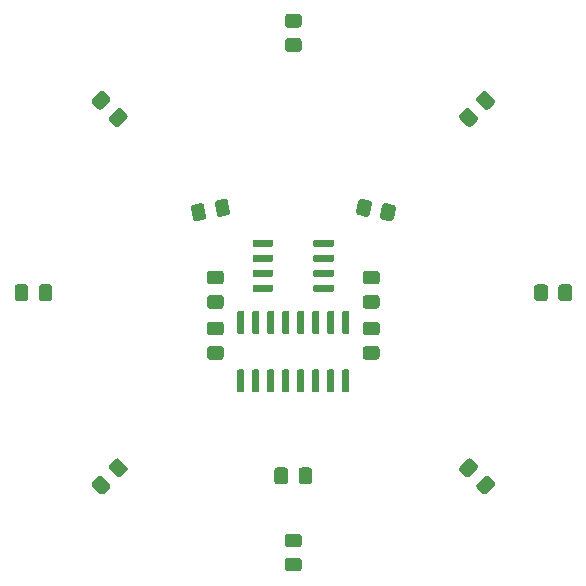
<source format=gbr>
G04 #@! TF.GenerationSoftware,KiCad,Pcbnew,5.1.5-52549c5~86~ubuntu19.04.1*
G04 #@! TF.CreationDate,2020-07-03T08:07:59-07:00*
G04 #@! TF.ProjectId,smd-star,736d642d-7374-4617-922e-6b696361645f,rev?*
G04 #@! TF.SameCoordinates,Original*
G04 #@! TF.FileFunction,Paste,Top*
G04 #@! TF.FilePolarity,Positive*
%FSLAX46Y46*%
G04 Gerber Fmt 4.6, Leading zero omitted, Abs format (unit mm)*
G04 Created by KiCad (PCBNEW 5.1.5-52549c5~86~ubuntu19.04.1) date 2020-07-03 08:07:59*
%MOMM*%
%LPD*%
G04 APERTURE LIST*
%ADD10C,0.100000*%
G04 APERTURE END LIST*
D10*
G36*
X5767721Y7926860D02*
G01*
X5792062Y7923790D01*
X6432189Y7810919D01*
X6456112Y7805478D01*
X6479386Y7797719D01*
X6501788Y7787716D01*
X6523101Y7775565D01*
X6543121Y7761384D01*
X6561654Y7745308D01*
X6578523Y7727494D01*
X6593564Y7708112D01*
X6606633Y7687349D01*
X6617604Y7665404D01*
X6626371Y7642491D01*
X6632850Y7618828D01*
X6636978Y7594644D01*
X6638717Y7570172D01*
X6638048Y7545647D01*
X6634978Y7521306D01*
X6478695Y6634977D01*
X6473254Y6611054D01*
X6465495Y6587780D01*
X6455492Y6565378D01*
X6443341Y6544065D01*
X6429160Y6524045D01*
X6413084Y6505512D01*
X6395270Y6488643D01*
X6375888Y6473602D01*
X6355125Y6460533D01*
X6333180Y6449562D01*
X6310267Y6440795D01*
X6286604Y6434316D01*
X6262420Y6430188D01*
X6237948Y6428449D01*
X6213423Y6429118D01*
X6189082Y6432188D01*
X5548955Y6545059D01*
X5525032Y6550500D01*
X5501758Y6558259D01*
X5479356Y6568262D01*
X5458043Y6580413D01*
X5438023Y6594594D01*
X5419490Y6610670D01*
X5402621Y6628484D01*
X5387580Y6647866D01*
X5374511Y6668629D01*
X5363540Y6690574D01*
X5354773Y6713487D01*
X5348294Y6737150D01*
X5344166Y6761334D01*
X5342427Y6785806D01*
X5343096Y6810331D01*
X5346166Y6834672D01*
X5502449Y7721001D01*
X5507890Y7744924D01*
X5515649Y7768198D01*
X5525652Y7790600D01*
X5537803Y7811913D01*
X5551984Y7831933D01*
X5568060Y7850466D01*
X5585874Y7867335D01*
X5605256Y7882376D01*
X5626019Y7895445D01*
X5647964Y7906416D01*
X5670877Y7915183D01*
X5694540Y7921662D01*
X5718724Y7925790D01*
X5743196Y7927529D01*
X5767721Y7926860D01*
G37*
G36*
X7786577Y7570882D02*
G01*
X7810918Y7567812D01*
X8451045Y7454941D01*
X8474968Y7449500D01*
X8498242Y7441741D01*
X8520644Y7431738D01*
X8541957Y7419587D01*
X8561977Y7405406D01*
X8580510Y7389330D01*
X8597379Y7371516D01*
X8612420Y7352134D01*
X8625489Y7331371D01*
X8636460Y7309426D01*
X8645227Y7286513D01*
X8651706Y7262850D01*
X8655834Y7238666D01*
X8657573Y7214194D01*
X8656904Y7189669D01*
X8653834Y7165328D01*
X8497551Y6278999D01*
X8492110Y6255076D01*
X8484351Y6231802D01*
X8474348Y6209400D01*
X8462197Y6188087D01*
X8448016Y6168067D01*
X8431940Y6149534D01*
X8414126Y6132665D01*
X8394744Y6117624D01*
X8373981Y6104555D01*
X8352036Y6093584D01*
X8329123Y6084817D01*
X8305460Y6078338D01*
X8281276Y6074210D01*
X8256804Y6072471D01*
X8232279Y6073140D01*
X8207938Y6076210D01*
X7567811Y6189081D01*
X7543888Y6194522D01*
X7520614Y6202281D01*
X7498212Y6212284D01*
X7476899Y6224435D01*
X7456879Y6238616D01*
X7438346Y6254692D01*
X7421477Y6272506D01*
X7406436Y6291888D01*
X7393367Y6312651D01*
X7382396Y6334596D01*
X7373629Y6357509D01*
X7367150Y6381172D01*
X7363022Y6405356D01*
X7361283Y6429828D01*
X7361952Y6454353D01*
X7365022Y6478694D01*
X7521305Y7365023D01*
X7526746Y7388946D01*
X7534505Y7412220D01*
X7544508Y7434622D01*
X7556659Y7455935D01*
X7570840Y7475955D01*
X7586916Y7494488D01*
X7604730Y7511357D01*
X7624112Y7526398D01*
X7644875Y7539467D01*
X7666820Y7550438D01*
X7689733Y7559205D01*
X7713396Y7565684D01*
X7737580Y7569812D01*
X7762052Y7571551D01*
X7786577Y7570882D01*
G37*
G36*
X-5718724Y7925790D02*
G01*
X-5694540Y7921662D01*
X-5670877Y7915183D01*
X-5647964Y7906416D01*
X-5626019Y7895445D01*
X-5605256Y7882376D01*
X-5585874Y7867335D01*
X-5568060Y7850466D01*
X-5551984Y7831933D01*
X-5537803Y7811913D01*
X-5525652Y7790600D01*
X-5515649Y7768198D01*
X-5507890Y7744924D01*
X-5502449Y7721001D01*
X-5346166Y6834672D01*
X-5343096Y6810331D01*
X-5342427Y6785806D01*
X-5344166Y6761334D01*
X-5348294Y6737150D01*
X-5354773Y6713487D01*
X-5363540Y6690574D01*
X-5374511Y6668629D01*
X-5387580Y6647866D01*
X-5402621Y6628484D01*
X-5419490Y6610670D01*
X-5438023Y6594594D01*
X-5458043Y6580413D01*
X-5479356Y6568262D01*
X-5501758Y6558259D01*
X-5525032Y6550500D01*
X-5548955Y6545059D01*
X-6189082Y6432188D01*
X-6213423Y6429118D01*
X-6237948Y6428449D01*
X-6262420Y6430188D01*
X-6286604Y6434316D01*
X-6310267Y6440795D01*
X-6333180Y6449562D01*
X-6355125Y6460533D01*
X-6375888Y6473602D01*
X-6395270Y6488643D01*
X-6413084Y6505512D01*
X-6429160Y6524045D01*
X-6443341Y6544065D01*
X-6455492Y6565378D01*
X-6465495Y6587780D01*
X-6473254Y6611054D01*
X-6478695Y6634977D01*
X-6634978Y7521306D01*
X-6638048Y7545647D01*
X-6638717Y7570172D01*
X-6636978Y7594644D01*
X-6632850Y7618828D01*
X-6626371Y7642491D01*
X-6617604Y7665404D01*
X-6606633Y7687349D01*
X-6593564Y7708112D01*
X-6578523Y7727494D01*
X-6561654Y7745308D01*
X-6543121Y7761384D01*
X-6523101Y7775565D01*
X-6501788Y7787716D01*
X-6479386Y7797719D01*
X-6456112Y7805478D01*
X-6432189Y7810919D01*
X-5792062Y7923790D01*
X-5767721Y7926860D01*
X-5743196Y7927529D01*
X-5718724Y7925790D01*
G37*
G36*
X-7737580Y7569812D02*
G01*
X-7713396Y7565684D01*
X-7689733Y7559205D01*
X-7666820Y7550438D01*
X-7644875Y7539467D01*
X-7624112Y7526398D01*
X-7604730Y7511357D01*
X-7586916Y7494488D01*
X-7570840Y7475955D01*
X-7556659Y7455935D01*
X-7544508Y7434622D01*
X-7534505Y7412220D01*
X-7526746Y7388946D01*
X-7521305Y7365023D01*
X-7365022Y6478694D01*
X-7361952Y6454353D01*
X-7361283Y6429828D01*
X-7363022Y6405356D01*
X-7367150Y6381172D01*
X-7373629Y6357509D01*
X-7382396Y6334596D01*
X-7393367Y6312651D01*
X-7406436Y6291888D01*
X-7421477Y6272506D01*
X-7438346Y6254692D01*
X-7456879Y6238616D01*
X-7476899Y6224435D01*
X-7498212Y6212284D01*
X-7520614Y6202281D01*
X-7543888Y6194522D01*
X-7567811Y6189081D01*
X-8207938Y6076210D01*
X-8232279Y6073140D01*
X-8256804Y6072471D01*
X-8281276Y6074210D01*
X-8305460Y6078338D01*
X-8329123Y6084817D01*
X-8352036Y6093584D01*
X-8373981Y6104555D01*
X-8394744Y6117624D01*
X-8414126Y6132665D01*
X-8431940Y6149534D01*
X-8448016Y6168067D01*
X-8462197Y6188087D01*
X-8474348Y6209400D01*
X-8484351Y6231802D01*
X-8492110Y6255076D01*
X-8497551Y6278999D01*
X-8653834Y7165328D01*
X-8656904Y7189669D01*
X-8657573Y7214194D01*
X-8655834Y7238666D01*
X-8651706Y7262850D01*
X-8645227Y7286513D01*
X-8636460Y7309426D01*
X-8625489Y7331371D01*
X-8612420Y7352134D01*
X-8597379Y7371516D01*
X-8580510Y7389330D01*
X-8561977Y7405406D01*
X-8541957Y7419587D01*
X-8520644Y7431738D01*
X-8498242Y7441741D01*
X-8474968Y7449500D01*
X-8451045Y7454941D01*
X-7810918Y7567812D01*
X-7786577Y7570882D01*
X-7762052Y7571551D01*
X-7737580Y7569812D01*
G37*
G36*
X-4280297Y-1550722D02*
G01*
X-4265736Y-1552882D01*
X-4251457Y-1556459D01*
X-4237597Y-1561418D01*
X-4224290Y-1567712D01*
X-4211664Y-1575280D01*
X-4199841Y-1584048D01*
X-4188934Y-1593934D01*
X-4179048Y-1604841D01*
X-4170280Y-1616664D01*
X-4162712Y-1629290D01*
X-4156418Y-1642597D01*
X-4151459Y-1656457D01*
X-4147882Y-1670736D01*
X-4145722Y-1685297D01*
X-4145000Y-1700000D01*
X-4145000Y-3350000D01*
X-4145722Y-3364703D01*
X-4147882Y-3379264D01*
X-4151459Y-3393543D01*
X-4156418Y-3407403D01*
X-4162712Y-3420710D01*
X-4170280Y-3433336D01*
X-4179048Y-3445159D01*
X-4188934Y-3456066D01*
X-4199841Y-3465952D01*
X-4211664Y-3474720D01*
X-4224290Y-3482288D01*
X-4237597Y-3488582D01*
X-4251457Y-3493541D01*
X-4265736Y-3497118D01*
X-4280297Y-3499278D01*
X-4295000Y-3500000D01*
X-4595000Y-3500000D01*
X-4609703Y-3499278D01*
X-4624264Y-3497118D01*
X-4638543Y-3493541D01*
X-4652403Y-3488582D01*
X-4665710Y-3482288D01*
X-4678336Y-3474720D01*
X-4690159Y-3465952D01*
X-4701066Y-3456066D01*
X-4710952Y-3445159D01*
X-4719720Y-3433336D01*
X-4727288Y-3420710D01*
X-4733582Y-3407403D01*
X-4738541Y-3393543D01*
X-4742118Y-3379264D01*
X-4744278Y-3364703D01*
X-4745000Y-3350000D01*
X-4745000Y-1700000D01*
X-4744278Y-1685297D01*
X-4742118Y-1670736D01*
X-4738541Y-1656457D01*
X-4733582Y-1642597D01*
X-4727288Y-1629290D01*
X-4719720Y-1616664D01*
X-4710952Y-1604841D01*
X-4701066Y-1593934D01*
X-4690159Y-1584048D01*
X-4678336Y-1575280D01*
X-4665710Y-1567712D01*
X-4652403Y-1561418D01*
X-4638543Y-1556459D01*
X-4624264Y-1552882D01*
X-4609703Y-1550722D01*
X-4595000Y-1550000D01*
X-4295000Y-1550000D01*
X-4280297Y-1550722D01*
G37*
G36*
X-3010297Y-1550722D02*
G01*
X-2995736Y-1552882D01*
X-2981457Y-1556459D01*
X-2967597Y-1561418D01*
X-2954290Y-1567712D01*
X-2941664Y-1575280D01*
X-2929841Y-1584048D01*
X-2918934Y-1593934D01*
X-2909048Y-1604841D01*
X-2900280Y-1616664D01*
X-2892712Y-1629290D01*
X-2886418Y-1642597D01*
X-2881459Y-1656457D01*
X-2877882Y-1670736D01*
X-2875722Y-1685297D01*
X-2875000Y-1700000D01*
X-2875000Y-3350000D01*
X-2875722Y-3364703D01*
X-2877882Y-3379264D01*
X-2881459Y-3393543D01*
X-2886418Y-3407403D01*
X-2892712Y-3420710D01*
X-2900280Y-3433336D01*
X-2909048Y-3445159D01*
X-2918934Y-3456066D01*
X-2929841Y-3465952D01*
X-2941664Y-3474720D01*
X-2954290Y-3482288D01*
X-2967597Y-3488582D01*
X-2981457Y-3493541D01*
X-2995736Y-3497118D01*
X-3010297Y-3499278D01*
X-3025000Y-3500000D01*
X-3325000Y-3500000D01*
X-3339703Y-3499278D01*
X-3354264Y-3497118D01*
X-3368543Y-3493541D01*
X-3382403Y-3488582D01*
X-3395710Y-3482288D01*
X-3408336Y-3474720D01*
X-3420159Y-3465952D01*
X-3431066Y-3456066D01*
X-3440952Y-3445159D01*
X-3449720Y-3433336D01*
X-3457288Y-3420710D01*
X-3463582Y-3407403D01*
X-3468541Y-3393543D01*
X-3472118Y-3379264D01*
X-3474278Y-3364703D01*
X-3475000Y-3350000D01*
X-3475000Y-1700000D01*
X-3474278Y-1685297D01*
X-3472118Y-1670736D01*
X-3468541Y-1656457D01*
X-3463582Y-1642597D01*
X-3457288Y-1629290D01*
X-3449720Y-1616664D01*
X-3440952Y-1604841D01*
X-3431066Y-1593934D01*
X-3420159Y-1584048D01*
X-3408336Y-1575280D01*
X-3395710Y-1567712D01*
X-3382403Y-1561418D01*
X-3368543Y-1556459D01*
X-3354264Y-1552882D01*
X-3339703Y-1550722D01*
X-3325000Y-1550000D01*
X-3025000Y-1550000D01*
X-3010297Y-1550722D01*
G37*
G36*
X-1740297Y-1550722D02*
G01*
X-1725736Y-1552882D01*
X-1711457Y-1556459D01*
X-1697597Y-1561418D01*
X-1684290Y-1567712D01*
X-1671664Y-1575280D01*
X-1659841Y-1584048D01*
X-1648934Y-1593934D01*
X-1639048Y-1604841D01*
X-1630280Y-1616664D01*
X-1622712Y-1629290D01*
X-1616418Y-1642597D01*
X-1611459Y-1656457D01*
X-1607882Y-1670736D01*
X-1605722Y-1685297D01*
X-1605000Y-1700000D01*
X-1605000Y-3350000D01*
X-1605722Y-3364703D01*
X-1607882Y-3379264D01*
X-1611459Y-3393543D01*
X-1616418Y-3407403D01*
X-1622712Y-3420710D01*
X-1630280Y-3433336D01*
X-1639048Y-3445159D01*
X-1648934Y-3456066D01*
X-1659841Y-3465952D01*
X-1671664Y-3474720D01*
X-1684290Y-3482288D01*
X-1697597Y-3488582D01*
X-1711457Y-3493541D01*
X-1725736Y-3497118D01*
X-1740297Y-3499278D01*
X-1755000Y-3500000D01*
X-2055000Y-3500000D01*
X-2069703Y-3499278D01*
X-2084264Y-3497118D01*
X-2098543Y-3493541D01*
X-2112403Y-3488582D01*
X-2125710Y-3482288D01*
X-2138336Y-3474720D01*
X-2150159Y-3465952D01*
X-2161066Y-3456066D01*
X-2170952Y-3445159D01*
X-2179720Y-3433336D01*
X-2187288Y-3420710D01*
X-2193582Y-3407403D01*
X-2198541Y-3393543D01*
X-2202118Y-3379264D01*
X-2204278Y-3364703D01*
X-2205000Y-3350000D01*
X-2205000Y-1700000D01*
X-2204278Y-1685297D01*
X-2202118Y-1670736D01*
X-2198541Y-1656457D01*
X-2193582Y-1642597D01*
X-2187288Y-1629290D01*
X-2179720Y-1616664D01*
X-2170952Y-1604841D01*
X-2161066Y-1593934D01*
X-2150159Y-1584048D01*
X-2138336Y-1575280D01*
X-2125710Y-1567712D01*
X-2112403Y-1561418D01*
X-2098543Y-1556459D01*
X-2084264Y-1552882D01*
X-2069703Y-1550722D01*
X-2055000Y-1550000D01*
X-1755000Y-1550000D01*
X-1740297Y-1550722D01*
G37*
G36*
X-470297Y-1550722D02*
G01*
X-455736Y-1552882D01*
X-441457Y-1556459D01*
X-427597Y-1561418D01*
X-414290Y-1567712D01*
X-401664Y-1575280D01*
X-389841Y-1584048D01*
X-378934Y-1593934D01*
X-369048Y-1604841D01*
X-360280Y-1616664D01*
X-352712Y-1629290D01*
X-346418Y-1642597D01*
X-341459Y-1656457D01*
X-337882Y-1670736D01*
X-335722Y-1685297D01*
X-335000Y-1700000D01*
X-335000Y-3350000D01*
X-335722Y-3364703D01*
X-337882Y-3379264D01*
X-341459Y-3393543D01*
X-346418Y-3407403D01*
X-352712Y-3420710D01*
X-360280Y-3433336D01*
X-369048Y-3445159D01*
X-378934Y-3456066D01*
X-389841Y-3465952D01*
X-401664Y-3474720D01*
X-414290Y-3482288D01*
X-427597Y-3488582D01*
X-441457Y-3493541D01*
X-455736Y-3497118D01*
X-470297Y-3499278D01*
X-485000Y-3500000D01*
X-785000Y-3500000D01*
X-799703Y-3499278D01*
X-814264Y-3497118D01*
X-828543Y-3493541D01*
X-842403Y-3488582D01*
X-855710Y-3482288D01*
X-868336Y-3474720D01*
X-880159Y-3465952D01*
X-891066Y-3456066D01*
X-900952Y-3445159D01*
X-909720Y-3433336D01*
X-917288Y-3420710D01*
X-923582Y-3407403D01*
X-928541Y-3393543D01*
X-932118Y-3379264D01*
X-934278Y-3364703D01*
X-935000Y-3350000D01*
X-935000Y-1700000D01*
X-934278Y-1685297D01*
X-932118Y-1670736D01*
X-928541Y-1656457D01*
X-923582Y-1642597D01*
X-917288Y-1629290D01*
X-909720Y-1616664D01*
X-900952Y-1604841D01*
X-891066Y-1593934D01*
X-880159Y-1584048D01*
X-868336Y-1575280D01*
X-855710Y-1567712D01*
X-842403Y-1561418D01*
X-828543Y-1556459D01*
X-814264Y-1552882D01*
X-799703Y-1550722D01*
X-785000Y-1550000D01*
X-485000Y-1550000D01*
X-470297Y-1550722D01*
G37*
G36*
X799703Y-1550722D02*
G01*
X814264Y-1552882D01*
X828543Y-1556459D01*
X842403Y-1561418D01*
X855710Y-1567712D01*
X868336Y-1575280D01*
X880159Y-1584048D01*
X891066Y-1593934D01*
X900952Y-1604841D01*
X909720Y-1616664D01*
X917288Y-1629290D01*
X923582Y-1642597D01*
X928541Y-1656457D01*
X932118Y-1670736D01*
X934278Y-1685297D01*
X935000Y-1700000D01*
X935000Y-3350000D01*
X934278Y-3364703D01*
X932118Y-3379264D01*
X928541Y-3393543D01*
X923582Y-3407403D01*
X917288Y-3420710D01*
X909720Y-3433336D01*
X900952Y-3445159D01*
X891066Y-3456066D01*
X880159Y-3465952D01*
X868336Y-3474720D01*
X855710Y-3482288D01*
X842403Y-3488582D01*
X828543Y-3493541D01*
X814264Y-3497118D01*
X799703Y-3499278D01*
X785000Y-3500000D01*
X485000Y-3500000D01*
X470297Y-3499278D01*
X455736Y-3497118D01*
X441457Y-3493541D01*
X427597Y-3488582D01*
X414290Y-3482288D01*
X401664Y-3474720D01*
X389841Y-3465952D01*
X378934Y-3456066D01*
X369048Y-3445159D01*
X360280Y-3433336D01*
X352712Y-3420710D01*
X346418Y-3407403D01*
X341459Y-3393543D01*
X337882Y-3379264D01*
X335722Y-3364703D01*
X335000Y-3350000D01*
X335000Y-1700000D01*
X335722Y-1685297D01*
X337882Y-1670736D01*
X341459Y-1656457D01*
X346418Y-1642597D01*
X352712Y-1629290D01*
X360280Y-1616664D01*
X369048Y-1604841D01*
X378934Y-1593934D01*
X389841Y-1584048D01*
X401664Y-1575280D01*
X414290Y-1567712D01*
X427597Y-1561418D01*
X441457Y-1556459D01*
X455736Y-1552882D01*
X470297Y-1550722D01*
X485000Y-1550000D01*
X785000Y-1550000D01*
X799703Y-1550722D01*
G37*
G36*
X2069703Y-1550722D02*
G01*
X2084264Y-1552882D01*
X2098543Y-1556459D01*
X2112403Y-1561418D01*
X2125710Y-1567712D01*
X2138336Y-1575280D01*
X2150159Y-1584048D01*
X2161066Y-1593934D01*
X2170952Y-1604841D01*
X2179720Y-1616664D01*
X2187288Y-1629290D01*
X2193582Y-1642597D01*
X2198541Y-1656457D01*
X2202118Y-1670736D01*
X2204278Y-1685297D01*
X2205000Y-1700000D01*
X2205000Y-3350000D01*
X2204278Y-3364703D01*
X2202118Y-3379264D01*
X2198541Y-3393543D01*
X2193582Y-3407403D01*
X2187288Y-3420710D01*
X2179720Y-3433336D01*
X2170952Y-3445159D01*
X2161066Y-3456066D01*
X2150159Y-3465952D01*
X2138336Y-3474720D01*
X2125710Y-3482288D01*
X2112403Y-3488582D01*
X2098543Y-3493541D01*
X2084264Y-3497118D01*
X2069703Y-3499278D01*
X2055000Y-3500000D01*
X1755000Y-3500000D01*
X1740297Y-3499278D01*
X1725736Y-3497118D01*
X1711457Y-3493541D01*
X1697597Y-3488582D01*
X1684290Y-3482288D01*
X1671664Y-3474720D01*
X1659841Y-3465952D01*
X1648934Y-3456066D01*
X1639048Y-3445159D01*
X1630280Y-3433336D01*
X1622712Y-3420710D01*
X1616418Y-3407403D01*
X1611459Y-3393543D01*
X1607882Y-3379264D01*
X1605722Y-3364703D01*
X1605000Y-3350000D01*
X1605000Y-1700000D01*
X1605722Y-1685297D01*
X1607882Y-1670736D01*
X1611459Y-1656457D01*
X1616418Y-1642597D01*
X1622712Y-1629290D01*
X1630280Y-1616664D01*
X1639048Y-1604841D01*
X1648934Y-1593934D01*
X1659841Y-1584048D01*
X1671664Y-1575280D01*
X1684290Y-1567712D01*
X1697597Y-1561418D01*
X1711457Y-1556459D01*
X1725736Y-1552882D01*
X1740297Y-1550722D01*
X1755000Y-1550000D01*
X2055000Y-1550000D01*
X2069703Y-1550722D01*
G37*
G36*
X3339703Y-1550722D02*
G01*
X3354264Y-1552882D01*
X3368543Y-1556459D01*
X3382403Y-1561418D01*
X3395710Y-1567712D01*
X3408336Y-1575280D01*
X3420159Y-1584048D01*
X3431066Y-1593934D01*
X3440952Y-1604841D01*
X3449720Y-1616664D01*
X3457288Y-1629290D01*
X3463582Y-1642597D01*
X3468541Y-1656457D01*
X3472118Y-1670736D01*
X3474278Y-1685297D01*
X3475000Y-1700000D01*
X3475000Y-3350000D01*
X3474278Y-3364703D01*
X3472118Y-3379264D01*
X3468541Y-3393543D01*
X3463582Y-3407403D01*
X3457288Y-3420710D01*
X3449720Y-3433336D01*
X3440952Y-3445159D01*
X3431066Y-3456066D01*
X3420159Y-3465952D01*
X3408336Y-3474720D01*
X3395710Y-3482288D01*
X3382403Y-3488582D01*
X3368543Y-3493541D01*
X3354264Y-3497118D01*
X3339703Y-3499278D01*
X3325000Y-3500000D01*
X3025000Y-3500000D01*
X3010297Y-3499278D01*
X2995736Y-3497118D01*
X2981457Y-3493541D01*
X2967597Y-3488582D01*
X2954290Y-3482288D01*
X2941664Y-3474720D01*
X2929841Y-3465952D01*
X2918934Y-3456066D01*
X2909048Y-3445159D01*
X2900280Y-3433336D01*
X2892712Y-3420710D01*
X2886418Y-3407403D01*
X2881459Y-3393543D01*
X2877882Y-3379264D01*
X2875722Y-3364703D01*
X2875000Y-3350000D01*
X2875000Y-1700000D01*
X2875722Y-1685297D01*
X2877882Y-1670736D01*
X2881459Y-1656457D01*
X2886418Y-1642597D01*
X2892712Y-1629290D01*
X2900280Y-1616664D01*
X2909048Y-1604841D01*
X2918934Y-1593934D01*
X2929841Y-1584048D01*
X2941664Y-1575280D01*
X2954290Y-1567712D01*
X2967597Y-1561418D01*
X2981457Y-1556459D01*
X2995736Y-1552882D01*
X3010297Y-1550722D01*
X3025000Y-1550000D01*
X3325000Y-1550000D01*
X3339703Y-1550722D01*
G37*
G36*
X4609703Y-1550722D02*
G01*
X4624264Y-1552882D01*
X4638543Y-1556459D01*
X4652403Y-1561418D01*
X4665710Y-1567712D01*
X4678336Y-1575280D01*
X4690159Y-1584048D01*
X4701066Y-1593934D01*
X4710952Y-1604841D01*
X4719720Y-1616664D01*
X4727288Y-1629290D01*
X4733582Y-1642597D01*
X4738541Y-1656457D01*
X4742118Y-1670736D01*
X4744278Y-1685297D01*
X4745000Y-1700000D01*
X4745000Y-3350000D01*
X4744278Y-3364703D01*
X4742118Y-3379264D01*
X4738541Y-3393543D01*
X4733582Y-3407403D01*
X4727288Y-3420710D01*
X4719720Y-3433336D01*
X4710952Y-3445159D01*
X4701066Y-3456066D01*
X4690159Y-3465952D01*
X4678336Y-3474720D01*
X4665710Y-3482288D01*
X4652403Y-3488582D01*
X4638543Y-3493541D01*
X4624264Y-3497118D01*
X4609703Y-3499278D01*
X4595000Y-3500000D01*
X4295000Y-3500000D01*
X4280297Y-3499278D01*
X4265736Y-3497118D01*
X4251457Y-3493541D01*
X4237597Y-3488582D01*
X4224290Y-3482288D01*
X4211664Y-3474720D01*
X4199841Y-3465952D01*
X4188934Y-3456066D01*
X4179048Y-3445159D01*
X4170280Y-3433336D01*
X4162712Y-3420710D01*
X4156418Y-3407403D01*
X4151459Y-3393543D01*
X4147882Y-3379264D01*
X4145722Y-3364703D01*
X4145000Y-3350000D01*
X4145000Y-1700000D01*
X4145722Y-1685297D01*
X4147882Y-1670736D01*
X4151459Y-1656457D01*
X4156418Y-1642597D01*
X4162712Y-1629290D01*
X4170280Y-1616664D01*
X4179048Y-1604841D01*
X4188934Y-1593934D01*
X4199841Y-1584048D01*
X4211664Y-1575280D01*
X4224290Y-1567712D01*
X4237597Y-1561418D01*
X4251457Y-1556459D01*
X4265736Y-1552882D01*
X4280297Y-1550722D01*
X4295000Y-1550000D01*
X4595000Y-1550000D01*
X4609703Y-1550722D01*
G37*
G36*
X4609703Y-6500722D02*
G01*
X4624264Y-6502882D01*
X4638543Y-6506459D01*
X4652403Y-6511418D01*
X4665710Y-6517712D01*
X4678336Y-6525280D01*
X4690159Y-6534048D01*
X4701066Y-6543934D01*
X4710952Y-6554841D01*
X4719720Y-6566664D01*
X4727288Y-6579290D01*
X4733582Y-6592597D01*
X4738541Y-6606457D01*
X4742118Y-6620736D01*
X4744278Y-6635297D01*
X4745000Y-6650000D01*
X4745000Y-8300000D01*
X4744278Y-8314703D01*
X4742118Y-8329264D01*
X4738541Y-8343543D01*
X4733582Y-8357403D01*
X4727288Y-8370710D01*
X4719720Y-8383336D01*
X4710952Y-8395159D01*
X4701066Y-8406066D01*
X4690159Y-8415952D01*
X4678336Y-8424720D01*
X4665710Y-8432288D01*
X4652403Y-8438582D01*
X4638543Y-8443541D01*
X4624264Y-8447118D01*
X4609703Y-8449278D01*
X4595000Y-8450000D01*
X4295000Y-8450000D01*
X4280297Y-8449278D01*
X4265736Y-8447118D01*
X4251457Y-8443541D01*
X4237597Y-8438582D01*
X4224290Y-8432288D01*
X4211664Y-8424720D01*
X4199841Y-8415952D01*
X4188934Y-8406066D01*
X4179048Y-8395159D01*
X4170280Y-8383336D01*
X4162712Y-8370710D01*
X4156418Y-8357403D01*
X4151459Y-8343543D01*
X4147882Y-8329264D01*
X4145722Y-8314703D01*
X4145000Y-8300000D01*
X4145000Y-6650000D01*
X4145722Y-6635297D01*
X4147882Y-6620736D01*
X4151459Y-6606457D01*
X4156418Y-6592597D01*
X4162712Y-6579290D01*
X4170280Y-6566664D01*
X4179048Y-6554841D01*
X4188934Y-6543934D01*
X4199841Y-6534048D01*
X4211664Y-6525280D01*
X4224290Y-6517712D01*
X4237597Y-6511418D01*
X4251457Y-6506459D01*
X4265736Y-6502882D01*
X4280297Y-6500722D01*
X4295000Y-6500000D01*
X4595000Y-6500000D01*
X4609703Y-6500722D01*
G37*
G36*
X3339703Y-6500722D02*
G01*
X3354264Y-6502882D01*
X3368543Y-6506459D01*
X3382403Y-6511418D01*
X3395710Y-6517712D01*
X3408336Y-6525280D01*
X3420159Y-6534048D01*
X3431066Y-6543934D01*
X3440952Y-6554841D01*
X3449720Y-6566664D01*
X3457288Y-6579290D01*
X3463582Y-6592597D01*
X3468541Y-6606457D01*
X3472118Y-6620736D01*
X3474278Y-6635297D01*
X3475000Y-6650000D01*
X3475000Y-8300000D01*
X3474278Y-8314703D01*
X3472118Y-8329264D01*
X3468541Y-8343543D01*
X3463582Y-8357403D01*
X3457288Y-8370710D01*
X3449720Y-8383336D01*
X3440952Y-8395159D01*
X3431066Y-8406066D01*
X3420159Y-8415952D01*
X3408336Y-8424720D01*
X3395710Y-8432288D01*
X3382403Y-8438582D01*
X3368543Y-8443541D01*
X3354264Y-8447118D01*
X3339703Y-8449278D01*
X3325000Y-8450000D01*
X3025000Y-8450000D01*
X3010297Y-8449278D01*
X2995736Y-8447118D01*
X2981457Y-8443541D01*
X2967597Y-8438582D01*
X2954290Y-8432288D01*
X2941664Y-8424720D01*
X2929841Y-8415952D01*
X2918934Y-8406066D01*
X2909048Y-8395159D01*
X2900280Y-8383336D01*
X2892712Y-8370710D01*
X2886418Y-8357403D01*
X2881459Y-8343543D01*
X2877882Y-8329264D01*
X2875722Y-8314703D01*
X2875000Y-8300000D01*
X2875000Y-6650000D01*
X2875722Y-6635297D01*
X2877882Y-6620736D01*
X2881459Y-6606457D01*
X2886418Y-6592597D01*
X2892712Y-6579290D01*
X2900280Y-6566664D01*
X2909048Y-6554841D01*
X2918934Y-6543934D01*
X2929841Y-6534048D01*
X2941664Y-6525280D01*
X2954290Y-6517712D01*
X2967597Y-6511418D01*
X2981457Y-6506459D01*
X2995736Y-6502882D01*
X3010297Y-6500722D01*
X3025000Y-6500000D01*
X3325000Y-6500000D01*
X3339703Y-6500722D01*
G37*
G36*
X2069703Y-6500722D02*
G01*
X2084264Y-6502882D01*
X2098543Y-6506459D01*
X2112403Y-6511418D01*
X2125710Y-6517712D01*
X2138336Y-6525280D01*
X2150159Y-6534048D01*
X2161066Y-6543934D01*
X2170952Y-6554841D01*
X2179720Y-6566664D01*
X2187288Y-6579290D01*
X2193582Y-6592597D01*
X2198541Y-6606457D01*
X2202118Y-6620736D01*
X2204278Y-6635297D01*
X2205000Y-6650000D01*
X2205000Y-8300000D01*
X2204278Y-8314703D01*
X2202118Y-8329264D01*
X2198541Y-8343543D01*
X2193582Y-8357403D01*
X2187288Y-8370710D01*
X2179720Y-8383336D01*
X2170952Y-8395159D01*
X2161066Y-8406066D01*
X2150159Y-8415952D01*
X2138336Y-8424720D01*
X2125710Y-8432288D01*
X2112403Y-8438582D01*
X2098543Y-8443541D01*
X2084264Y-8447118D01*
X2069703Y-8449278D01*
X2055000Y-8450000D01*
X1755000Y-8450000D01*
X1740297Y-8449278D01*
X1725736Y-8447118D01*
X1711457Y-8443541D01*
X1697597Y-8438582D01*
X1684290Y-8432288D01*
X1671664Y-8424720D01*
X1659841Y-8415952D01*
X1648934Y-8406066D01*
X1639048Y-8395159D01*
X1630280Y-8383336D01*
X1622712Y-8370710D01*
X1616418Y-8357403D01*
X1611459Y-8343543D01*
X1607882Y-8329264D01*
X1605722Y-8314703D01*
X1605000Y-8300000D01*
X1605000Y-6650000D01*
X1605722Y-6635297D01*
X1607882Y-6620736D01*
X1611459Y-6606457D01*
X1616418Y-6592597D01*
X1622712Y-6579290D01*
X1630280Y-6566664D01*
X1639048Y-6554841D01*
X1648934Y-6543934D01*
X1659841Y-6534048D01*
X1671664Y-6525280D01*
X1684290Y-6517712D01*
X1697597Y-6511418D01*
X1711457Y-6506459D01*
X1725736Y-6502882D01*
X1740297Y-6500722D01*
X1755000Y-6500000D01*
X2055000Y-6500000D01*
X2069703Y-6500722D01*
G37*
G36*
X799703Y-6500722D02*
G01*
X814264Y-6502882D01*
X828543Y-6506459D01*
X842403Y-6511418D01*
X855710Y-6517712D01*
X868336Y-6525280D01*
X880159Y-6534048D01*
X891066Y-6543934D01*
X900952Y-6554841D01*
X909720Y-6566664D01*
X917288Y-6579290D01*
X923582Y-6592597D01*
X928541Y-6606457D01*
X932118Y-6620736D01*
X934278Y-6635297D01*
X935000Y-6650000D01*
X935000Y-8300000D01*
X934278Y-8314703D01*
X932118Y-8329264D01*
X928541Y-8343543D01*
X923582Y-8357403D01*
X917288Y-8370710D01*
X909720Y-8383336D01*
X900952Y-8395159D01*
X891066Y-8406066D01*
X880159Y-8415952D01*
X868336Y-8424720D01*
X855710Y-8432288D01*
X842403Y-8438582D01*
X828543Y-8443541D01*
X814264Y-8447118D01*
X799703Y-8449278D01*
X785000Y-8450000D01*
X485000Y-8450000D01*
X470297Y-8449278D01*
X455736Y-8447118D01*
X441457Y-8443541D01*
X427597Y-8438582D01*
X414290Y-8432288D01*
X401664Y-8424720D01*
X389841Y-8415952D01*
X378934Y-8406066D01*
X369048Y-8395159D01*
X360280Y-8383336D01*
X352712Y-8370710D01*
X346418Y-8357403D01*
X341459Y-8343543D01*
X337882Y-8329264D01*
X335722Y-8314703D01*
X335000Y-8300000D01*
X335000Y-6650000D01*
X335722Y-6635297D01*
X337882Y-6620736D01*
X341459Y-6606457D01*
X346418Y-6592597D01*
X352712Y-6579290D01*
X360280Y-6566664D01*
X369048Y-6554841D01*
X378934Y-6543934D01*
X389841Y-6534048D01*
X401664Y-6525280D01*
X414290Y-6517712D01*
X427597Y-6511418D01*
X441457Y-6506459D01*
X455736Y-6502882D01*
X470297Y-6500722D01*
X485000Y-6500000D01*
X785000Y-6500000D01*
X799703Y-6500722D01*
G37*
G36*
X-470297Y-6500722D02*
G01*
X-455736Y-6502882D01*
X-441457Y-6506459D01*
X-427597Y-6511418D01*
X-414290Y-6517712D01*
X-401664Y-6525280D01*
X-389841Y-6534048D01*
X-378934Y-6543934D01*
X-369048Y-6554841D01*
X-360280Y-6566664D01*
X-352712Y-6579290D01*
X-346418Y-6592597D01*
X-341459Y-6606457D01*
X-337882Y-6620736D01*
X-335722Y-6635297D01*
X-335000Y-6650000D01*
X-335000Y-8300000D01*
X-335722Y-8314703D01*
X-337882Y-8329264D01*
X-341459Y-8343543D01*
X-346418Y-8357403D01*
X-352712Y-8370710D01*
X-360280Y-8383336D01*
X-369048Y-8395159D01*
X-378934Y-8406066D01*
X-389841Y-8415952D01*
X-401664Y-8424720D01*
X-414290Y-8432288D01*
X-427597Y-8438582D01*
X-441457Y-8443541D01*
X-455736Y-8447118D01*
X-470297Y-8449278D01*
X-485000Y-8450000D01*
X-785000Y-8450000D01*
X-799703Y-8449278D01*
X-814264Y-8447118D01*
X-828543Y-8443541D01*
X-842403Y-8438582D01*
X-855710Y-8432288D01*
X-868336Y-8424720D01*
X-880159Y-8415952D01*
X-891066Y-8406066D01*
X-900952Y-8395159D01*
X-909720Y-8383336D01*
X-917288Y-8370710D01*
X-923582Y-8357403D01*
X-928541Y-8343543D01*
X-932118Y-8329264D01*
X-934278Y-8314703D01*
X-935000Y-8300000D01*
X-935000Y-6650000D01*
X-934278Y-6635297D01*
X-932118Y-6620736D01*
X-928541Y-6606457D01*
X-923582Y-6592597D01*
X-917288Y-6579290D01*
X-909720Y-6566664D01*
X-900952Y-6554841D01*
X-891066Y-6543934D01*
X-880159Y-6534048D01*
X-868336Y-6525280D01*
X-855710Y-6517712D01*
X-842403Y-6511418D01*
X-828543Y-6506459D01*
X-814264Y-6502882D01*
X-799703Y-6500722D01*
X-785000Y-6500000D01*
X-485000Y-6500000D01*
X-470297Y-6500722D01*
G37*
G36*
X-1740297Y-6500722D02*
G01*
X-1725736Y-6502882D01*
X-1711457Y-6506459D01*
X-1697597Y-6511418D01*
X-1684290Y-6517712D01*
X-1671664Y-6525280D01*
X-1659841Y-6534048D01*
X-1648934Y-6543934D01*
X-1639048Y-6554841D01*
X-1630280Y-6566664D01*
X-1622712Y-6579290D01*
X-1616418Y-6592597D01*
X-1611459Y-6606457D01*
X-1607882Y-6620736D01*
X-1605722Y-6635297D01*
X-1605000Y-6650000D01*
X-1605000Y-8300000D01*
X-1605722Y-8314703D01*
X-1607882Y-8329264D01*
X-1611459Y-8343543D01*
X-1616418Y-8357403D01*
X-1622712Y-8370710D01*
X-1630280Y-8383336D01*
X-1639048Y-8395159D01*
X-1648934Y-8406066D01*
X-1659841Y-8415952D01*
X-1671664Y-8424720D01*
X-1684290Y-8432288D01*
X-1697597Y-8438582D01*
X-1711457Y-8443541D01*
X-1725736Y-8447118D01*
X-1740297Y-8449278D01*
X-1755000Y-8450000D01*
X-2055000Y-8450000D01*
X-2069703Y-8449278D01*
X-2084264Y-8447118D01*
X-2098543Y-8443541D01*
X-2112403Y-8438582D01*
X-2125710Y-8432288D01*
X-2138336Y-8424720D01*
X-2150159Y-8415952D01*
X-2161066Y-8406066D01*
X-2170952Y-8395159D01*
X-2179720Y-8383336D01*
X-2187288Y-8370710D01*
X-2193582Y-8357403D01*
X-2198541Y-8343543D01*
X-2202118Y-8329264D01*
X-2204278Y-8314703D01*
X-2205000Y-8300000D01*
X-2205000Y-6650000D01*
X-2204278Y-6635297D01*
X-2202118Y-6620736D01*
X-2198541Y-6606457D01*
X-2193582Y-6592597D01*
X-2187288Y-6579290D01*
X-2179720Y-6566664D01*
X-2170952Y-6554841D01*
X-2161066Y-6543934D01*
X-2150159Y-6534048D01*
X-2138336Y-6525280D01*
X-2125710Y-6517712D01*
X-2112403Y-6511418D01*
X-2098543Y-6506459D01*
X-2084264Y-6502882D01*
X-2069703Y-6500722D01*
X-2055000Y-6500000D01*
X-1755000Y-6500000D01*
X-1740297Y-6500722D01*
G37*
G36*
X-3010297Y-6500722D02*
G01*
X-2995736Y-6502882D01*
X-2981457Y-6506459D01*
X-2967597Y-6511418D01*
X-2954290Y-6517712D01*
X-2941664Y-6525280D01*
X-2929841Y-6534048D01*
X-2918934Y-6543934D01*
X-2909048Y-6554841D01*
X-2900280Y-6566664D01*
X-2892712Y-6579290D01*
X-2886418Y-6592597D01*
X-2881459Y-6606457D01*
X-2877882Y-6620736D01*
X-2875722Y-6635297D01*
X-2875000Y-6650000D01*
X-2875000Y-8300000D01*
X-2875722Y-8314703D01*
X-2877882Y-8329264D01*
X-2881459Y-8343543D01*
X-2886418Y-8357403D01*
X-2892712Y-8370710D01*
X-2900280Y-8383336D01*
X-2909048Y-8395159D01*
X-2918934Y-8406066D01*
X-2929841Y-8415952D01*
X-2941664Y-8424720D01*
X-2954290Y-8432288D01*
X-2967597Y-8438582D01*
X-2981457Y-8443541D01*
X-2995736Y-8447118D01*
X-3010297Y-8449278D01*
X-3025000Y-8450000D01*
X-3325000Y-8450000D01*
X-3339703Y-8449278D01*
X-3354264Y-8447118D01*
X-3368543Y-8443541D01*
X-3382403Y-8438582D01*
X-3395710Y-8432288D01*
X-3408336Y-8424720D01*
X-3420159Y-8415952D01*
X-3431066Y-8406066D01*
X-3440952Y-8395159D01*
X-3449720Y-8383336D01*
X-3457288Y-8370710D01*
X-3463582Y-8357403D01*
X-3468541Y-8343543D01*
X-3472118Y-8329264D01*
X-3474278Y-8314703D01*
X-3475000Y-8300000D01*
X-3475000Y-6650000D01*
X-3474278Y-6635297D01*
X-3472118Y-6620736D01*
X-3468541Y-6606457D01*
X-3463582Y-6592597D01*
X-3457288Y-6579290D01*
X-3449720Y-6566664D01*
X-3440952Y-6554841D01*
X-3431066Y-6543934D01*
X-3420159Y-6534048D01*
X-3408336Y-6525280D01*
X-3395710Y-6517712D01*
X-3382403Y-6511418D01*
X-3368543Y-6506459D01*
X-3354264Y-6502882D01*
X-3339703Y-6500722D01*
X-3325000Y-6500000D01*
X-3025000Y-6500000D01*
X-3010297Y-6500722D01*
G37*
G36*
X-4280297Y-6500722D02*
G01*
X-4265736Y-6502882D01*
X-4251457Y-6506459D01*
X-4237597Y-6511418D01*
X-4224290Y-6517712D01*
X-4211664Y-6525280D01*
X-4199841Y-6534048D01*
X-4188934Y-6543934D01*
X-4179048Y-6554841D01*
X-4170280Y-6566664D01*
X-4162712Y-6579290D01*
X-4156418Y-6592597D01*
X-4151459Y-6606457D01*
X-4147882Y-6620736D01*
X-4145722Y-6635297D01*
X-4145000Y-6650000D01*
X-4145000Y-8300000D01*
X-4145722Y-8314703D01*
X-4147882Y-8329264D01*
X-4151459Y-8343543D01*
X-4156418Y-8357403D01*
X-4162712Y-8370710D01*
X-4170280Y-8383336D01*
X-4179048Y-8395159D01*
X-4188934Y-8406066D01*
X-4199841Y-8415952D01*
X-4211664Y-8424720D01*
X-4224290Y-8432288D01*
X-4237597Y-8438582D01*
X-4251457Y-8443541D01*
X-4265736Y-8447118D01*
X-4280297Y-8449278D01*
X-4295000Y-8450000D01*
X-4595000Y-8450000D01*
X-4609703Y-8449278D01*
X-4624264Y-8447118D01*
X-4638543Y-8443541D01*
X-4652403Y-8438582D01*
X-4665710Y-8432288D01*
X-4678336Y-8424720D01*
X-4690159Y-8415952D01*
X-4701066Y-8406066D01*
X-4710952Y-8395159D01*
X-4719720Y-8383336D01*
X-4727288Y-8370710D01*
X-4733582Y-8357403D01*
X-4738541Y-8343543D01*
X-4742118Y-8329264D01*
X-4744278Y-8314703D01*
X-4745000Y-8300000D01*
X-4745000Y-6650000D01*
X-4744278Y-6635297D01*
X-4742118Y-6620736D01*
X-4738541Y-6606457D01*
X-4733582Y-6592597D01*
X-4727288Y-6579290D01*
X-4719720Y-6566664D01*
X-4710952Y-6554841D01*
X-4701066Y-6543934D01*
X-4690159Y-6534048D01*
X-4678336Y-6525280D01*
X-4665710Y-6517712D01*
X-4652403Y-6511418D01*
X-4638543Y-6506459D01*
X-4624264Y-6502882D01*
X-4609703Y-6500722D01*
X-4595000Y-6500000D01*
X-4295000Y-6500000D01*
X-4280297Y-6500722D01*
G37*
G36*
X3314703Y4490278D02*
G01*
X3329264Y4488118D01*
X3343543Y4484541D01*
X3357403Y4479582D01*
X3370710Y4473288D01*
X3383336Y4465720D01*
X3395159Y4456952D01*
X3406066Y4447066D01*
X3415952Y4436159D01*
X3424720Y4424336D01*
X3432288Y4411710D01*
X3438582Y4398403D01*
X3443541Y4384543D01*
X3447118Y4370264D01*
X3449278Y4355703D01*
X3450000Y4341000D01*
X3450000Y4041000D01*
X3449278Y4026297D01*
X3447118Y4011736D01*
X3443541Y3997457D01*
X3438582Y3983597D01*
X3432288Y3970290D01*
X3424720Y3957664D01*
X3415952Y3945841D01*
X3406066Y3934934D01*
X3395159Y3925048D01*
X3383336Y3916280D01*
X3370710Y3908712D01*
X3357403Y3902418D01*
X3343543Y3897459D01*
X3329264Y3893882D01*
X3314703Y3891722D01*
X3300000Y3891000D01*
X1850000Y3891000D01*
X1835297Y3891722D01*
X1820736Y3893882D01*
X1806457Y3897459D01*
X1792597Y3902418D01*
X1779290Y3908712D01*
X1766664Y3916280D01*
X1754841Y3925048D01*
X1743934Y3934934D01*
X1734048Y3945841D01*
X1725280Y3957664D01*
X1717712Y3970290D01*
X1711418Y3983597D01*
X1706459Y3997457D01*
X1702882Y4011736D01*
X1700722Y4026297D01*
X1700000Y4041000D01*
X1700000Y4341000D01*
X1700722Y4355703D01*
X1702882Y4370264D01*
X1706459Y4384543D01*
X1711418Y4398403D01*
X1717712Y4411710D01*
X1725280Y4424336D01*
X1734048Y4436159D01*
X1743934Y4447066D01*
X1754841Y4456952D01*
X1766664Y4465720D01*
X1779290Y4473288D01*
X1792597Y4479582D01*
X1806457Y4484541D01*
X1820736Y4488118D01*
X1835297Y4490278D01*
X1850000Y4491000D01*
X3300000Y4491000D01*
X3314703Y4490278D01*
G37*
G36*
X3314703Y3220278D02*
G01*
X3329264Y3218118D01*
X3343543Y3214541D01*
X3357403Y3209582D01*
X3370710Y3203288D01*
X3383336Y3195720D01*
X3395159Y3186952D01*
X3406066Y3177066D01*
X3415952Y3166159D01*
X3424720Y3154336D01*
X3432288Y3141710D01*
X3438582Y3128403D01*
X3443541Y3114543D01*
X3447118Y3100264D01*
X3449278Y3085703D01*
X3450000Y3071000D01*
X3450000Y2771000D01*
X3449278Y2756297D01*
X3447118Y2741736D01*
X3443541Y2727457D01*
X3438582Y2713597D01*
X3432288Y2700290D01*
X3424720Y2687664D01*
X3415952Y2675841D01*
X3406066Y2664934D01*
X3395159Y2655048D01*
X3383336Y2646280D01*
X3370710Y2638712D01*
X3357403Y2632418D01*
X3343543Y2627459D01*
X3329264Y2623882D01*
X3314703Y2621722D01*
X3300000Y2621000D01*
X1850000Y2621000D01*
X1835297Y2621722D01*
X1820736Y2623882D01*
X1806457Y2627459D01*
X1792597Y2632418D01*
X1779290Y2638712D01*
X1766664Y2646280D01*
X1754841Y2655048D01*
X1743934Y2664934D01*
X1734048Y2675841D01*
X1725280Y2687664D01*
X1717712Y2700290D01*
X1711418Y2713597D01*
X1706459Y2727457D01*
X1702882Y2741736D01*
X1700722Y2756297D01*
X1700000Y2771000D01*
X1700000Y3071000D01*
X1700722Y3085703D01*
X1702882Y3100264D01*
X1706459Y3114543D01*
X1711418Y3128403D01*
X1717712Y3141710D01*
X1725280Y3154336D01*
X1734048Y3166159D01*
X1743934Y3177066D01*
X1754841Y3186952D01*
X1766664Y3195720D01*
X1779290Y3203288D01*
X1792597Y3209582D01*
X1806457Y3214541D01*
X1820736Y3218118D01*
X1835297Y3220278D01*
X1850000Y3221000D01*
X3300000Y3221000D01*
X3314703Y3220278D01*
G37*
G36*
X3314703Y1950278D02*
G01*
X3329264Y1948118D01*
X3343543Y1944541D01*
X3357403Y1939582D01*
X3370710Y1933288D01*
X3383336Y1925720D01*
X3395159Y1916952D01*
X3406066Y1907066D01*
X3415952Y1896159D01*
X3424720Y1884336D01*
X3432288Y1871710D01*
X3438582Y1858403D01*
X3443541Y1844543D01*
X3447118Y1830264D01*
X3449278Y1815703D01*
X3450000Y1801000D01*
X3450000Y1501000D01*
X3449278Y1486297D01*
X3447118Y1471736D01*
X3443541Y1457457D01*
X3438582Y1443597D01*
X3432288Y1430290D01*
X3424720Y1417664D01*
X3415952Y1405841D01*
X3406066Y1394934D01*
X3395159Y1385048D01*
X3383336Y1376280D01*
X3370710Y1368712D01*
X3357403Y1362418D01*
X3343543Y1357459D01*
X3329264Y1353882D01*
X3314703Y1351722D01*
X3300000Y1351000D01*
X1850000Y1351000D01*
X1835297Y1351722D01*
X1820736Y1353882D01*
X1806457Y1357459D01*
X1792597Y1362418D01*
X1779290Y1368712D01*
X1766664Y1376280D01*
X1754841Y1385048D01*
X1743934Y1394934D01*
X1734048Y1405841D01*
X1725280Y1417664D01*
X1717712Y1430290D01*
X1711418Y1443597D01*
X1706459Y1457457D01*
X1702882Y1471736D01*
X1700722Y1486297D01*
X1700000Y1501000D01*
X1700000Y1801000D01*
X1700722Y1815703D01*
X1702882Y1830264D01*
X1706459Y1844543D01*
X1711418Y1858403D01*
X1717712Y1871710D01*
X1725280Y1884336D01*
X1734048Y1896159D01*
X1743934Y1907066D01*
X1754841Y1916952D01*
X1766664Y1925720D01*
X1779290Y1933288D01*
X1792597Y1939582D01*
X1806457Y1944541D01*
X1820736Y1948118D01*
X1835297Y1950278D01*
X1850000Y1951000D01*
X3300000Y1951000D01*
X3314703Y1950278D01*
G37*
G36*
X3314703Y680278D02*
G01*
X3329264Y678118D01*
X3343543Y674541D01*
X3357403Y669582D01*
X3370710Y663288D01*
X3383336Y655720D01*
X3395159Y646952D01*
X3406066Y637066D01*
X3415952Y626159D01*
X3424720Y614336D01*
X3432288Y601710D01*
X3438582Y588403D01*
X3443541Y574543D01*
X3447118Y560264D01*
X3449278Y545703D01*
X3450000Y531000D01*
X3450000Y231000D01*
X3449278Y216297D01*
X3447118Y201736D01*
X3443541Y187457D01*
X3438582Y173597D01*
X3432288Y160290D01*
X3424720Y147664D01*
X3415952Y135841D01*
X3406066Y124934D01*
X3395159Y115048D01*
X3383336Y106280D01*
X3370710Y98712D01*
X3357403Y92418D01*
X3343543Y87459D01*
X3329264Y83882D01*
X3314703Y81722D01*
X3300000Y81000D01*
X1850000Y81000D01*
X1835297Y81722D01*
X1820736Y83882D01*
X1806457Y87459D01*
X1792597Y92418D01*
X1779290Y98712D01*
X1766664Y106280D01*
X1754841Y115048D01*
X1743934Y124934D01*
X1734048Y135841D01*
X1725280Y147664D01*
X1717712Y160290D01*
X1711418Y173597D01*
X1706459Y187457D01*
X1702882Y201736D01*
X1700722Y216297D01*
X1700000Y231000D01*
X1700000Y531000D01*
X1700722Y545703D01*
X1702882Y560264D01*
X1706459Y574543D01*
X1711418Y588403D01*
X1717712Y601710D01*
X1725280Y614336D01*
X1734048Y626159D01*
X1743934Y637066D01*
X1754841Y646952D01*
X1766664Y655720D01*
X1779290Y663288D01*
X1792597Y669582D01*
X1806457Y674541D01*
X1820736Y678118D01*
X1835297Y680278D01*
X1850000Y681000D01*
X3300000Y681000D01*
X3314703Y680278D01*
G37*
G36*
X-1835297Y680278D02*
G01*
X-1820736Y678118D01*
X-1806457Y674541D01*
X-1792597Y669582D01*
X-1779290Y663288D01*
X-1766664Y655720D01*
X-1754841Y646952D01*
X-1743934Y637066D01*
X-1734048Y626159D01*
X-1725280Y614336D01*
X-1717712Y601710D01*
X-1711418Y588403D01*
X-1706459Y574543D01*
X-1702882Y560264D01*
X-1700722Y545703D01*
X-1700000Y531000D01*
X-1700000Y231000D01*
X-1700722Y216297D01*
X-1702882Y201736D01*
X-1706459Y187457D01*
X-1711418Y173597D01*
X-1717712Y160290D01*
X-1725280Y147664D01*
X-1734048Y135841D01*
X-1743934Y124934D01*
X-1754841Y115048D01*
X-1766664Y106280D01*
X-1779290Y98712D01*
X-1792597Y92418D01*
X-1806457Y87459D01*
X-1820736Y83882D01*
X-1835297Y81722D01*
X-1850000Y81000D01*
X-3300000Y81000D01*
X-3314703Y81722D01*
X-3329264Y83882D01*
X-3343543Y87459D01*
X-3357403Y92418D01*
X-3370710Y98712D01*
X-3383336Y106280D01*
X-3395159Y115048D01*
X-3406066Y124934D01*
X-3415952Y135841D01*
X-3424720Y147664D01*
X-3432288Y160290D01*
X-3438582Y173597D01*
X-3443541Y187457D01*
X-3447118Y201736D01*
X-3449278Y216297D01*
X-3450000Y231000D01*
X-3450000Y531000D01*
X-3449278Y545703D01*
X-3447118Y560264D01*
X-3443541Y574543D01*
X-3438582Y588403D01*
X-3432288Y601710D01*
X-3424720Y614336D01*
X-3415952Y626159D01*
X-3406066Y637066D01*
X-3395159Y646952D01*
X-3383336Y655720D01*
X-3370710Y663288D01*
X-3357403Y669582D01*
X-3343543Y674541D01*
X-3329264Y678118D01*
X-3314703Y680278D01*
X-3300000Y681000D01*
X-1850000Y681000D01*
X-1835297Y680278D01*
G37*
G36*
X-1835297Y1950278D02*
G01*
X-1820736Y1948118D01*
X-1806457Y1944541D01*
X-1792597Y1939582D01*
X-1779290Y1933288D01*
X-1766664Y1925720D01*
X-1754841Y1916952D01*
X-1743934Y1907066D01*
X-1734048Y1896159D01*
X-1725280Y1884336D01*
X-1717712Y1871710D01*
X-1711418Y1858403D01*
X-1706459Y1844543D01*
X-1702882Y1830264D01*
X-1700722Y1815703D01*
X-1700000Y1801000D01*
X-1700000Y1501000D01*
X-1700722Y1486297D01*
X-1702882Y1471736D01*
X-1706459Y1457457D01*
X-1711418Y1443597D01*
X-1717712Y1430290D01*
X-1725280Y1417664D01*
X-1734048Y1405841D01*
X-1743934Y1394934D01*
X-1754841Y1385048D01*
X-1766664Y1376280D01*
X-1779290Y1368712D01*
X-1792597Y1362418D01*
X-1806457Y1357459D01*
X-1820736Y1353882D01*
X-1835297Y1351722D01*
X-1850000Y1351000D01*
X-3300000Y1351000D01*
X-3314703Y1351722D01*
X-3329264Y1353882D01*
X-3343543Y1357459D01*
X-3357403Y1362418D01*
X-3370710Y1368712D01*
X-3383336Y1376280D01*
X-3395159Y1385048D01*
X-3406066Y1394934D01*
X-3415952Y1405841D01*
X-3424720Y1417664D01*
X-3432288Y1430290D01*
X-3438582Y1443597D01*
X-3443541Y1457457D01*
X-3447118Y1471736D01*
X-3449278Y1486297D01*
X-3450000Y1501000D01*
X-3450000Y1801000D01*
X-3449278Y1815703D01*
X-3447118Y1830264D01*
X-3443541Y1844543D01*
X-3438582Y1858403D01*
X-3432288Y1871710D01*
X-3424720Y1884336D01*
X-3415952Y1896159D01*
X-3406066Y1907066D01*
X-3395159Y1916952D01*
X-3383336Y1925720D01*
X-3370710Y1933288D01*
X-3357403Y1939582D01*
X-3343543Y1944541D01*
X-3329264Y1948118D01*
X-3314703Y1950278D01*
X-3300000Y1951000D01*
X-1850000Y1951000D01*
X-1835297Y1950278D01*
G37*
G36*
X-1835297Y3220278D02*
G01*
X-1820736Y3218118D01*
X-1806457Y3214541D01*
X-1792597Y3209582D01*
X-1779290Y3203288D01*
X-1766664Y3195720D01*
X-1754841Y3186952D01*
X-1743934Y3177066D01*
X-1734048Y3166159D01*
X-1725280Y3154336D01*
X-1717712Y3141710D01*
X-1711418Y3128403D01*
X-1706459Y3114543D01*
X-1702882Y3100264D01*
X-1700722Y3085703D01*
X-1700000Y3071000D01*
X-1700000Y2771000D01*
X-1700722Y2756297D01*
X-1702882Y2741736D01*
X-1706459Y2727457D01*
X-1711418Y2713597D01*
X-1717712Y2700290D01*
X-1725280Y2687664D01*
X-1734048Y2675841D01*
X-1743934Y2664934D01*
X-1754841Y2655048D01*
X-1766664Y2646280D01*
X-1779290Y2638712D01*
X-1792597Y2632418D01*
X-1806457Y2627459D01*
X-1820736Y2623882D01*
X-1835297Y2621722D01*
X-1850000Y2621000D01*
X-3300000Y2621000D01*
X-3314703Y2621722D01*
X-3329264Y2623882D01*
X-3343543Y2627459D01*
X-3357403Y2632418D01*
X-3370710Y2638712D01*
X-3383336Y2646280D01*
X-3395159Y2655048D01*
X-3406066Y2664934D01*
X-3415952Y2675841D01*
X-3424720Y2687664D01*
X-3432288Y2700290D01*
X-3438582Y2713597D01*
X-3443541Y2727457D01*
X-3447118Y2741736D01*
X-3449278Y2756297D01*
X-3450000Y2771000D01*
X-3450000Y3071000D01*
X-3449278Y3085703D01*
X-3447118Y3100264D01*
X-3443541Y3114543D01*
X-3438582Y3128403D01*
X-3432288Y3141710D01*
X-3424720Y3154336D01*
X-3415952Y3166159D01*
X-3406066Y3177066D01*
X-3395159Y3186952D01*
X-3383336Y3195720D01*
X-3370710Y3203288D01*
X-3357403Y3209582D01*
X-3343543Y3214541D01*
X-3329264Y3218118D01*
X-3314703Y3220278D01*
X-3300000Y3221000D01*
X-1850000Y3221000D01*
X-1835297Y3220278D01*
G37*
G36*
X-1835297Y4490278D02*
G01*
X-1820736Y4488118D01*
X-1806457Y4484541D01*
X-1792597Y4479582D01*
X-1779290Y4473288D01*
X-1766664Y4465720D01*
X-1754841Y4456952D01*
X-1743934Y4447066D01*
X-1734048Y4436159D01*
X-1725280Y4424336D01*
X-1717712Y4411710D01*
X-1711418Y4398403D01*
X-1706459Y4384543D01*
X-1702882Y4370264D01*
X-1700722Y4355703D01*
X-1700000Y4341000D01*
X-1700000Y4041000D01*
X-1700722Y4026297D01*
X-1702882Y4011736D01*
X-1706459Y3997457D01*
X-1711418Y3983597D01*
X-1717712Y3970290D01*
X-1725280Y3957664D01*
X-1734048Y3945841D01*
X-1743934Y3934934D01*
X-1754841Y3925048D01*
X-1766664Y3916280D01*
X-1779290Y3908712D01*
X-1792597Y3902418D01*
X-1806457Y3897459D01*
X-1820736Y3893882D01*
X-1835297Y3891722D01*
X-1850000Y3891000D01*
X-3300000Y3891000D01*
X-3314703Y3891722D01*
X-3329264Y3893882D01*
X-3343543Y3897459D01*
X-3357403Y3902418D01*
X-3370710Y3908712D01*
X-3383336Y3916280D01*
X-3395159Y3925048D01*
X-3406066Y3934934D01*
X-3415952Y3945841D01*
X-3424720Y3957664D01*
X-3432288Y3970290D01*
X-3438582Y3983597D01*
X-3443541Y3997457D01*
X-3447118Y4011736D01*
X-3449278Y4026297D01*
X-3450000Y4041000D01*
X-3450000Y4341000D01*
X-3449278Y4355703D01*
X-3447118Y4370264D01*
X-3443541Y4384543D01*
X-3438582Y4398403D01*
X-3432288Y4411710D01*
X-3424720Y4424336D01*
X-3415952Y4436159D01*
X-3406066Y4447066D01*
X-3395159Y4456952D01*
X-3383336Y4465720D01*
X-3370710Y4473288D01*
X-3357403Y4479582D01*
X-3343543Y4484541D01*
X-3329264Y4488118D01*
X-3314703Y4490278D01*
X-3300000Y4491000D01*
X-1850000Y4491000D01*
X-1835297Y4490278D01*
G37*
G36*
X1374505Y-14801204D02*
G01*
X1398773Y-14804804D01*
X1422572Y-14810765D01*
X1445671Y-14819030D01*
X1467850Y-14829520D01*
X1488893Y-14842132D01*
X1508599Y-14856747D01*
X1526777Y-14873223D01*
X1543253Y-14891401D01*
X1557868Y-14911107D01*
X1570480Y-14932150D01*
X1580970Y-14954329D01*
X1589235Y-14977428D01*
X1595196Y-15001227D01*
X1598796Y-15025495D01*
X1600000Y-15049999D01*
X1600000Y-15950001D01*
X1598796Y-15974505D01*
X1595196Y-15998773D01*
X1589235Y-16022572D01*
X1580970Y-16045671D01*
X1570480Y-16067850D01*
X1557868Y-16088893D01*
X1543253Y-16108599D01*
X1526777Y-16126777D01*
X1508599Y-16143253D01*
X1488893Y-16157868D01*
X1467850Y-16170480D01*
X1445671Y-16180970D01*
X1422572Y-16189235D01*
X1398773Y-16195196D01*
X1374505Y-16198796D01*
X1350001Y-16200000D01*
X699999Y-16200000D01*
X675495Y-16198796D01*
X651227Y-16195196D01*
X627428Y-16189235D01*
X604329Y-16180970D01*
X582150Y-16170480D01*
X561107Y-16157868D01*
X541401Y-16143253D01*
X523223Y-16126777D01*
X506747Y-16108599D01*
X492132Y-16088893D01*
X479520Y-16067850D01*
X469030Y-16045671D01*
X460765Y-16022572D01*
X454804Y-15998773D01*
X451204Y-15974505D01*
X450000Y-15950001D01*
X450000Y-15049999D01*
X451204Y-15025495D01*
X454804Y-15001227D01*
X460765Y-14977428D01*
X469030Y-14954329D01*
X479520Y-14932150D01*
X492132Y-14911107D01*
X506747Y-14891401D01*
X523223Y-14873223D01*
X541401Y-14856747D01*
X561107Y-14842132D01*
X582150Y-14829520D01*
X604329Y-14819030D01*
X627428Y-14810765D01*
X651227Y-14804804D01*
X675495Y-14801204D01*
X699999Y-14800000D01*
X1350001Y-14800000D01*
X1374505Y-14801204D01*
G37*
G36*
X-675495Y-14801204D02*
G01*
X-651227Y-14804804D01*
X-627428Y-14810765D01*
X-604329Y-14819030D01*
X-582150Y-14829520D01*
X-561107Y-14842132D01*
X-541401Y-14856747D01*
X-523223Y-14873223D01*
X-506747Y-14891401D01*
X-492132Y-14911107D01*
X-479520Y-14932150D01*
X-469030Y-14954329D01*
X-460765Y-14977428D01*
X-454804Y-15001227D01*
X-451204Y-15025495D01*
X-450000Y-15049999D01*
X-450000Y-15950001D01*
X-451204Y-15974505D01*
X-454804Y-15998773D01*
X-460765Y-16022572D01*
X-469030Y-16045671D01*
X-479520Y-16067850D01*
X-492132Y-16088893D01*
X-506747Y-16108599D01*
X-523223Y-16126777D01*
X-541401Y-16143253D01*
X-561107Y-16157868D01*
X-582150Y-16170480D01*
X-604329Y-16180970D01*
X-627428Y-16189235D01*
X-651227Y-16195196D01*
X-675495Y-16198796D01*
X-699999Y-16200000D01*
X-1350001Y-16200000D01*
X-1374505Y-16198796D01*
X-1398773Y-16195196D01*
X-1422572Y-16189235D01*
X-1445671Y-16180970D01*
X-1467850Y-16170480D01*
X-1488893Y-16157868D01*
X-1508599Y-16143253D01*
X-1526777Y-16126777D01*
X-1543253Y-16108599D01*
X-1557868Y-16088893D01*
X-1570480Y-16067850D01*
X-1580970Y-16045671D01*
X-1589235Y-16022572D01*
X-1595196Y-15998773D01*
X-1598796Y-15974505D01*
X-1600000Y-15950001D01*
X-1600000Y-15049999D01*
X-1598796Y-15025495D01*
X-1595196Y-15001227D01*
X-1589235Y-14977428D01*
X-1580970Y-14954329D01*
X-1570480Y-14932150D01*
X-1557868Y-14911107D01*
X-1543253Y-14891401D01*
X-1526777Y-14873223D01*
X-1508599Y-14856747D01*
X-1488893Y-14842132D01*
X-1467850Y-14829520D01*
X-1445671Y-14819030D01*
X-1422572Y-14810765D01*
X-1398773Y-14804804D01*
X-1374505Y-14801204D01*
X-1350001Y-14800000D01*
X-699999Y-14800000D01*
X-675495Y-14801204D01*
G37*
G36*
X-6125495Y-2465204D02*
G01*
X-6101227Y-2468804D01*
X-6077428Y-2474765D01*
X-6054329Y-2483030D01*
X-6032150Y-2493520D01*
X-6011107Y-2506132D01*
X-5991401Y-2520747D01*
X-5973223Y-2537223D01*
X-5956747Y-2555401D01*
X-5942132Y-2575107D01*
X-5929520Y-2596150D01*
X-5919030Y-2618329D01*
X-5910765Y-2641428D01*
X-5904804Y-2665227D01*
X-5901204Y-2689495D01*
X-5900000Y-2713999D01*
X-5900000Y-3364001D01*
X-5901204Y-3388505D01*
X-5904804Y-3412773D01*
X-5910765Y-3436572D01*
X-5919030Y-3459671D01*
X-5929520Y-3481850D01*
X-5942132Y-3502893D01*
X-5956747Y-3522599D01*
X-5973223Y-3540777D01*
X-5991401Y-3557253D01*
X-6011107Y-3571868D01*
X-6032150Y-3584480D01*
X-6054329Y-3594970D01*
X-6077428Y-3603235D01*
X-6101227Y-3609196D01*
X-6125495Y-3612796D01*
X-6149999Y-3614000D01*
X-7050001Y-3614000D01*
X-7074505Y-3612796D01*
X-7098773Y-3609196D01*
X-7122572Y-3603235D01*
X-7145671Y-3594970D01*
X-7167850Y-3584480D01*
X-7188893Y-3571868D01*
X-7208599Y-3557253D01*
X-7226777Y-3540777D01*
X-7243253Y-3522599D01*
X-7257868Y-3502893D01*
X-7270480Y-3481850D01*
X-7280970Y-3459671D01*
X-7289235Y-3436572D01*
X-7295196Y-3412773D01*
X-7298796Y-3388505D01*
X-7300000Y-3364001D01*
X-7300000Y-2713999D01*
X-7298796Y-2689495D01*
X-7295196Y-2665227D01*
X-7289235Y-2641428D01*
X-7280970Y-2618329D01*
X-7270480Y-2596150D01*
X-7257868Y-2575107D01*
X-7243253Y-2555401D01*
X-7226777Y-2537223D01*
X-7208599Y-2520747D01*
X-7188893Y-2506132D01*
X-7167850Y-2493520D01*
X-7145671Y-2483030D01*
X-7122572Y-2474765D01*
X-7098773Y-2468804D01*
X-7074505Y-2465204D01*
X-7050001Y-2464000D01*
X-6149999Y-2464000D01*
X-6125495Y-2465204D01*
G37*
G36*
X-6125495Y-4515204D02*
G01*
X-6101227Y-4518804D01*
X-6077428Y-4524765D01*
X-6054329Y-4533030D01*
X-6032150Y-4543520D01*
X-6011107Y-4556132D01*
X-5991401Y-4570747D01*
X-5973223Y-4587223D01*
X-5956747Y-4605401D01*
X-5942132Y-4625107D01*
X-5929520Y-4646150D01*
X-5919030Y-4668329D01*
X-5910765Y-4691428D01*
X-5904804Y-4715227D01*
X-5901204Y-4739495D01*
X-5900000Y-4763999D01*
X-5900000Y-5414001D01*
X-5901204Y-5438505D01*
X-5904804Y-5462773D01*
X-5910765Y-5486572D01*
X-5919030Y-5509671D01*
X-5929520Y-5531850D01*
X-5942132Y-5552893D01*
X-5956747Y-5572599D01*
X-5973223Y-5590777D01*
X-5991401Y-5607253D01*
X-6011107Y-5621868D01*
X-6032150Y-5634480D01*
X-6054329Y-5644970D01*
X-6077428Y-5653235D01*
X-6101227Y-5659196D01*
X-6125495Y-5662796D01*
X-6149999Y-5664000D01*
X-7050001Y-5664000D01*
X-7074505Y-5662796D01*
X-7098773Y-5659196D01*
X-7122572Y-5653235D01*
X-7145671Y-5644970D01*
X-7167850Y-5634480D01*
X-7188893Y-5621868D01*
X-7208599Y-5607253D01*
X-7226777Y-5590777D01*
X-7243253Y-5572599D01*
X-7257868Y-5552893D01*
X-7270480Y-5531850D01*
X-7280970Y-5509671D01*
X-7289235Y-5486572D01*
X-7295196Y-5462773D01*
X-7298796Y-5438505D01*
X-7300000Y-5414001D01*
X-7300000Y-4763999D01*
X-7298796Y-4739495D01*
X-7295196Y-4715227D01*
X-7289235Y-4691428D01*
X-7280970Y-4668329D01*
X-7270480Y-4646150D01*
X-7257868Y-4625107D01*
X-7243253Y-4605401D01*
X-7226777Y-4587223D01*
X-7208599Y-4570747D01*
X-7188893Y-4556132D01*
X-7167850Y-4543520D01*
X-7145671Y-4533030D01*
X-7122572Y-4524765D01*
X-7098773Y-4518804D01*
X-7074505Y-4515204D01*
X-7050001Y-4514000D01*
X-6149999Y-4514000D01*
X-6125495Y-4515204D01*
G37*
G36*
X7074505Y-197204D02*
G01*
X7098773Y-200804D01*
X7122572Y-206765D01*
X7145671Y-215030D01*
X7167850Y-225520D01*
X7188893Y-238132D01*
X7208599Y-252747D01*
X7226777Y-269223D01*
X7243253Y-287401D01*
X7257868Y-307107D01*
X7270480Y-328150D01*
X7280970Y-350329D01*
X7289235Y-373428D01*
X7295196Y-397227D01*
X7298796Y-421495D01*
X7300000Y-445999D01*
X7300000Y-1096001D01*
X7298796Y-1120505D01*
X7295196Y-1144773D01*
X7289235Y-1168572D01*
X7280970Y-1191671D01*
X7270480Y-1213850D01*
X7257868Y-1234893D01*
X7243253Y-1254599D01*
X7226777Y-1272777D01*
X7208599Y-1289253D01*
X7188893Y-1303868D01*
X7167850Y-1316480D01*
X7145671Y-1326970D01*
X7122572Y-1335235D01*
X7098773Y-1341196D01*
X7074505Y-1344796D01*
X7050001Y-1346000D01*
X6149999Y-1346000D01*
X6125495Y-1344796D01*
X6101227Y-1341196D01*
X6077428Y-1335235D01*
X6054329Y-1326970D01*
X6032150Y-1316480D01*
X6011107Y-1303868D01*
X5991401Y-1289253D01*
X5973223Y-1272777D01*
X5956747Y-1254599D01*
X5942132Y-1234893D01*
X5929520Y-1213850D01*
X5919030Y-1191671D01*
X5910765Y-1168572D01*
X5904804Y-1144773D01*
X5901204Y-1120505D01*
X5900000Y-1096001D01*
X5900000Y-445999D01*
X5901204Y-421495D01*
X5904804Y-397227D01*
X5910765Y-373428D01*
X5919030Y-350329D01*
X5929520Y-328150D01*
X5942132Y-307107D01*
X5956747Y-287401D01*
X5973223Y-269223D01*
X5991401Y-252747D01*
X6011107Y-238132D01*
X6032150Y-225520D01*
X6054329Y-215030D01*
X6077428Y-206765D01*
X6101227Y-200804D01*
X6125495Y-197204D01*
X6149999Y-196000D01*
X7050001Y-196000D01*
X7074505Y-197204D01*
G37*
G36*
X7074505Y1852796D02*
G01*
X7098773Y1849196D01*
X7122572Y1843235D01*
X7145671Y1834970D01*
X7167850Y1824480D01*
X7188893Y1811868D01*
X7208599Y1797253D01*
X7226777Y1780777D01*
X7243253Y1762599D01*
X7257868Y1742893D01*
X7270480Y1721850D01*
X7280970Y1699671D01*
X7289235Y1676572D01*
X7295196Y1652773D01*
X7298796Y1628505D01*
X7300000Y1604001D01*
X7300000Y953999D01*
X7298796Y929495D01*
X7295196Y905227D01*
X7289235Y881428D01*
X7280970Y858329D01*
X7270480Y836150D01*
X7257868Y815107D01*
X7243253Y795401D01*
X7226777Y777223D01*
X7208599Y760747D01*
X7188893Y746132D01*
X7167850Y733520D01*
X7145671Y723030D01*
X7122572Y714765D01*
X7098773Y708804D01*
X7074505Y705204D01*
X7050001Y704000D01*
X6149999Y704000D01*
X6125495Y705204D01*
X6101227Y708804D01*
X6077428Y714765D01*
X6054329Y723030D01*
X6032150Y733520D01*
X6011107Y746132D01*
X5991401Y760747D01*
X5973223Y777223D01*
X5956747Y795401D01*
X5942132Y815107D01*
X5929520Y836150D01*
X5919030Y858329D01*
X5910765Y881428D01*
X5904804Y905227D01*
X5901204Y929495D01*
X5900000Y953999D01*
X5900000Y1604001D01*
X5901204Y1628505D01*
X5904804Y1652773D01*
X5910765Y1676572D01*
X5919030Y1699671D01*
X5929520Y1721850D01*
X5942132Y1742893D01*
X5956747Y1762599D01*
X5973223Y1780777D01*
X5991401Y1797253D01*
X6011107Y1811868D01*
X6032150Y1824480D01*
X6054329Y1834970D01*
X6077428Y1843235D01*
X6101227Y1849196D01*
X6125495Y1852796D01*
X6149999Y1854000D01*
X7050001Y1854000D01*
X7074505Y1852796D01*
G37*
G36*
X14767332Y15628020D02*
G01*
X14791600Y15624420D01*
X14815399Y15618459D01*
X14838498Y15610194D01*
X14860677Y15599704D01*
X14881720Y15587092D01*
X14901426Y15572477D01*
X14919604Y15556001D01*
X15556001Y14919604D01*
X15572477Y14901426D01*
X15587092Y14881720D01*
X15599704Y14860677D01*
X15610194Y14838498D01*
X15618459Y14815399D01*
X15624420Y14791600D01*
X15628020Y14767332D01*
X15629224Y14742828D01*
X15628020Y14718324D01*
X15624420Y14694056D01*
X15618459Y14670257D01*
X15610194Y14647158D01*
X15599704Y14624979D01*
X15587092Y14603936D01*
X15572477Y14584230D01*
X15556001Y14566052D01*
X15096380Y14106431D01*
X15078202Y14089955D01*
X15058496Y14075340D01*
X15037453Y14062728D01*
X15015274Y14052238D01*
X14992175Y14043973D01*
X14968376Y14038012D01*
X14944108Y14034412D01*
X14919604Y14033208D01*
X14895100Y14034412D01*
X14870832Y14038012D01*
X14847033Y14043973D01*
X14823934Y14052238D01*
X14801755Y14062728D01*
X14780712Y14075340D01*
X14761006Y14089955D01*
X14742828Y14106431D01*
X14106431Y14742828D01*
X14089955Y14761006D01*
X14075340Y14780712D01*
X14062728Y14801755D01*
X14052238Y14823934D01*
X14043973Y14847033D01*
X14038012Y14870832D01*
X14034412Y14895100D01*
X14033208Y14919604D01*
X14034412Y14944108D01*
X14038012Y14968376D01*
X14043973Y14992175D01*
X14052238Y15015274D01*
X14062728Y15037453D01*
X14075340Y15058496D01*
X14089955Y15078202D01*
X14106431Y15096380D01*
X14566052Y15556001D01*
X14584230Y15572477D01*
X14603936Y15587092D01*
X14624979Y15599704D01*
X14647158Y15610194D01*
X14670257Y15618459D01*
X14694056Y15624420D01*
X14718324Y15628020D01*
X14742828Y15629224D01*
X14767332Y15628020D01*
G37*
G36*
X16216900Y17077588D02*
G01*
X16241168Y17073988D01*
X16264967Y17068027D01*
X16288066Y17059762D01*
X16310245Y17049272D01*
X16331288Y17036660D01*
X16350994Y17022045D01*
X16369172Y17005569D01*
X17005569Y16369172D01*
X17022045Y16350994D01*
X17036660Y16331288D01*
X17049272Y16310245D01*
X17059762Y16288066D01*
X17068027Y16264967D01*
X17073988Y16241168D01*
X17077588Y16216900D01*
X17078792Y16192396D01*
X17077588Y16167892D01*
X17073988Y16143624D01*
X17068027Y16119825D01*
X17059762Y16096726D01*
X17049272Y16074547D01*
X17036660Y16053504D01*
X17022045Y16033798D01*
X17005569Y16015620D01*
X16545948Y15555999D01*
X16527770Y15539523D01*
X16508064Y15524908D01*
X16487021Y15512296D01*
X16464842Y15501806D01*
X16441743Y15493541D01*
X16417944Y15487580D01*
X16393676Y15483980D01*
X16369172Y15482776D01*
X16344668Y15483980D01*
X16320400Y15487580D01*
X16296601Y15493541D01*
X16273502Y15501806D01*
X16251323Y15512296D01*
X16230280Y15524908D01*
X16210574Y15539523D01*
X16192396Y15555999D01*
X15555999Y16192396D01*
X15539523Y16210574D01*
X15524908Y16230280D01*
X15512296Y16251323D01*
X15501806Y16273502D01*
X15493541Y16296601D01*
X15487580Y16320400D01*
X15483980Y16344668D01*
X15482776Y16369172D01*
X15483980Y16393676D01*
X15487580Y16417944D01*
X15493541Y16441743D01*
X15501806Y16464842D01*
X15512296Y16487021D01*
X15524908Y16508064D01*
X15539523Y16527770D01*
X15555999Y16545948D01*
X16015620Y17005569D01*
X16033798Y17022045D01*
X16053504Y17036660D01*
X16074547Y17049272D01*
X16096726Y17059762D01*
X16119825Y17068027D01*
X16143624Y17073988D01*
X16167892Y17077588D01*
X16192396Y17078792D01*
X16216900Y17077588D01*
G37*
G36*
X21324505Y698796D02*
G01*
X21348773Y695196D01*
X21372572Y689235D01*
X21395671Y680970D01*
X21417850Y670480D01*
X21438893Y657868D01*
X21458599Y643253D01*
X21476777Y626777D01*
X21493253Y608599D01*
X21507868Y588893D01*
X21520480Y567850D01*
X21530970Y545671D01*
X21539235Y522572D01*
X21545196Y498773D01*
X21548796Y474505D01*
X21550000Y450001D01*
X21550000Y-450001D01*
X21548796Y-474505D01*
X21545196Y-498773D01*
X21539235Y-522572D01*
X21530970Y-545671D01*
X21520480Y-567850D01*
X21507868Y-588893D01*
X21493253Y-608599D01*
X21476777Y-626777D01*
X21458599Y-643253D01*
X21438893Y-657868D01*
X21417850Y-670480D01*
X21395671Y-680970D01*
X21372572Y-689235D01*
X21348773Y-695196D01*
X21324505Y-698796D01*
X21300001Y-700000D01*
X20649999Y-700000D01*
X20625495Y-698796D01*
X20601227Y-695196D01*
X20577428Y-689235D01*
X20554329Y-680970D01*
X20532150Y-670480D01*
X20511107Y-657868D01*
X20491401Y-643253D01*
X20473223Y-626777D01*
X20456747Y-608599D01*
X20442132Y-588893D01*
X20429520Y-567850D01*
X20419030Y-545671D01*
X20410765Y-522572D01*
X20404804Y-498773D01*
X20401204Y-474505D01*
X20400000Y-450001D01*
X20400000Y450001D01*
X20401204Y474505D01*
X20404804Y498773D01*
X20410765Y522572D01*
X20419030Y545671D01*
X20429520Y567850D01*
X20442132Y588893D01*
X20456747Y608599D01*
X20473223Y626777D01*
X20491401Y643253D01*
X20511107Y657868D01*
X20532150Y670480D01*
X20554329Y680970D01*
X20577428Y689235D01*
X20601227Y695196D01*
X20625495Y698796D01*
X20649999Y700000D01*
X21300001Y700000D01*
X21324505Y698796D01*
G37*
G36*
X23374505Y698796D02*
G01*
X23398773Y695196D01*
X23422572Y689235D01*
X23445671Y680970D01*
X23467850Y670480D01*
X23488893Y657868D01*
X23508599Y643253D01*
X23526777Y626777D01*
X23543253Y608599D01*
X23557868Y588893D01*
X23570480Y567850D01*
X23580970Y545671D01*
X23589235Y522572D01*
X23595196Y498773D01*
X23598796Y474505D01*
X23600000Y450001D01*
X23600000Y-450001D01*
X23598796Y-474505D01*
X23595196Y-498773D01*
X23589235Y-522572D01*
X23580970Y-545671D01*
X23570480Y-567850D01*
X23557868Y-588893D01*
X23543253Y-608599D01*
X23526777Y-626777D01*
X23508599Y-643253D01*
X23488893Y-657868D01*
X23467850Y-670480D01*
X23445671Y-680970D01*
X23422572Y-689235D01*
X23398773Y-695196D01*
X23374505Y-698796D01*
X23350001Y-700000D01*
X22699999Y-700000D01*
X22675495Y-698796D01*
X22651227Y-695196D01*
X22627428Y-689235D01*
X22604329Y-680970D01*
X22582150Y-670480D01*
X22561107Y-657868D01*
X22541401Y-643253D01*
X22523223Y-626777D01*
X22506747Y-608599D01*
X22492132Y-588893D01*
X22479520Y-567850D01*
X22469030Y-545671D01*
X22460765Y-522572D01*
X22454804Y-498773D01*
X22451204Y-474505D01*
X22450000Y-450001D01*
X22450000Y450001D01*
X22451204Y474505D01*
X22454804Y498773D01*
X22460765Y522572D01*
X22469030Y545671D01*
X22479520Y567850D01*
X22492132Y588893D01*
X22506747Y608599D01*
X22523223Y626777D01*
X22541401Y643253D01*
X22561107Y657868D01*
X22582150Y670480D01*
X22604329Y680970D01*
X22627428Y689235D01*
X22651227Y695196D01*
X22675495Y698796D01*
X22699999Y700000D01*
X23350001Y700000D01*
X23374505Y698796D01*
G37*
G36*
X14944108Y-14034412D02*
G01*
X14968376Y-14038012D01*
X14992175Y-14043973D01*
X15015274Y-14052238D01*
X15037453Y-14062728D01*
X15058496Y-14075340D01*
X15078202Y-14089955D01*
X15096380Y-14106431D01*
X15556001Y-14566052D01*
X15572477Y-14584230D01*
X15587092Y-14603936D01*
X15599704Y-14624979D01*
X15610194Y-14647158D01*
X15618459Y-14670257D01*
X15624420Y-14694056D01*
X15628020Y-14718324D01*
X15629224Y-14742828D01*
X15628020Y-14767332D01*
X15624420Y-14791600D01*
X15618459Y-14815399D01*
X15610194Y-14838498D01*
X15599704Y-14860677D01*
X15587092Y-14881720D01*
X15572477Y-14901426D01*
X15556001Y-14919604D01*
X14919604Y-15556001D01*
X14901426Y-15572477D01*
X14881720Y-15587092D01*
X14860677Y-15599704D01*
X14838498Y-15610194D01*
X14815399Y-15618459D01*
X14791600Y-15624420D01*
X14767332Y-15628020D01*
X14742828Y-15629224D01*
X14718324Y-15628020D01*
X14694056Y-15624420D01*
X14670257Y-15618459D01*
X14647158Y-15610194D01*
X14624979Y-15599704D01*
X14603936Y-15587092D01*
X14584230Y-15572477D01*
X14566052Y-15556001D01*
X14106431Y-15096380D01*
X14089955Y-15078202D01*
X14075340Y-15058496D01*
X14062728Y-15037453D01*
X14052238Y-15015274D01*
X14043973Y-14992175D01*
X14038012Y-14968376D01*
X14034412Y-14944108D01*
X14033208Y-14919604D01*
X14034412Y-14895100D01*
X14038012Y-14870832D01*
X14043973Y-14847033D01*
X14052238Y-14823934D01*
X14062728Y-14801755D01*
X14075340Y-14780712D01*
X14089955Y-14761006D01*
X14106431Y-14742828D01*
X14742828Y-14106431D01*
X14761006Y-14089955D01*
X14780712Y-14075340D01*
X14801755Y-14062728D01*
X14823934Y-14052238D01*
X14847033Y-14043973D01*
X14870832Y-14038012D01*
X14895100Y-14034412D01*
X14919604Y-14033208D01*
X14944108Y-14034412D01*
G37*
G36*
X16393676Y-15483980D02*
G01*
X16417944Y-15487580D01*
X16441743Y-15493541D01*
X16464842Y-15501806D01*
X16487021Y-15512296D01*
X16508064Y-15524908D01*
X16527770Y-15539523D01*
X16545948Y-15555999D01*
X17005569Y-16015620D01*
X17022045Y-16033798D01*
X17036660Y-16053504D01*
X17049272Y-16074547D01*
X17059762Y-16096726D01*
X17068027Y-16119825D01*
X17073988Y-16143624D01*
X17077588Y-16167892D01*
X17078792Y-16192396D01*
X17077588Y-16216900D01*
X17073988Y-16241168D01*
X17068027Y-16264967D01*
X17059762Y-16288066D01*
X17049272Y-16310245D01*
X17036660Y-16331288D01*
X17022045Y-16350994D01*
X17005569Y-16369172D01*
X16369172Y-17005569D01*
X16350994Y-17022045D01*
X16331288Y-17036660D01*
X16310245Y-17049272D01*
X16288066Y-17059762D01*
X16264967Y-17068027D01*
X16241168Y-17073988D01*
X16216900Y-17077588D01*
X16192396Y-17078792D01*
X16167892Y-17077588D01*
X16143624Y-17073988D01*
X16119825Y-17068027D01*
X16096726Y-17059762D01*
X16074547Y-17049272D01*
X16053504Y-17036660D01*
X16033798Y-17022045D01*
X16015620Y-17005569D01*
X15555999Y-16545948D01*
X15539523Y-16527770D01*
X15524908Y-16508064D01*
X15512296Y-16487021D01*
X15501806Y-16464842D01*
X15493541Y-16441743D01*
X15487580Y-16417944D01*
X15483980Y-16393676D01*
X15482776Y-16369172D01*
X15483980Y-16344668D01*
X15487580Y-16320400D01*
X15493541Y-16296601D01*
X15501806Y-16273502D01*
X15512296Y-16251323D01*
X15524908Y-16230280D01*
X15539523Y-16210574D01*
X15555999Y-16192396D01*
X16192396Y-15555999D01*
X16210574Y-15539523D01*
X16230280Y-15524908D01*
X16251323Y-15512296D01*
X16273502Y-15501806D01*
X16296601Y-15493541D01*
X16320400Y-15487580D01*
X16344668Y-15483980D01*
X16369172Y-15482776D01*
X16393676Y-15483980D01*
G37*
G36*
X474505Y-20401204D02*
G01*
X498773Y-20404804D01*
X522572Y-20410765D01*
X545671Y-20419030D01*
X567850Y-20429520D01*
X588893Y-20442132D01*
X608599Y-20456747D01*
X626777Y-20473223D01*
X643253Y-20491401D01*
X657868Y-20511107D01*
X670480Y-20532150D01*
X680970Y-20554329D01*
X689235Y-20577428D01*
X695196Y-20601227D01*
X698796Y-20625495D01*
X700000Y-20649999D01*
X700000Y-21300001D01*
X698796Y-21324505D01*
X695196Y-21348773D01*
X689235Y-21372572D01*
X680970Y-21395671D01*
X670480Y-21417850D01*
X657868Y-21438893D01*
X643253Y-21458599D01*
X626777Y-21476777D01*
X608599Y-21493253D01*
X588893Y-21507868D01*
X567850Y-21520480D01*
X545671Y-21530970D01*
X522572Y-21539235D01*
X498773Y-21545196D01*
X474505Y-21548796D01*
X450001Y-21550000D01*
X-450001Y-21550000D01*
X-474505Y-21548796D01*
X-498773Y-21545196D01*
X-522572Y-21539235D01*
X-545671Y-21530970D01*
X-567850Y-21520480D01*
X-588893Y-21507868D01*
X-608599Y-21493253D01*
X-626777Y-21476777D01*
X-643253Y-21458599D01*
X-657868Y-21438893D01*
X-670480Y-21417850D01*
X-680970Y-21395671D01*
X-689235Y-21372572D01*
X-695196Y-21348773D01*
X-698796Y-21324505D01*
X-700000Y-21300001D01*
X-700000Y-20649999D01*
X-698796Y-20625495D01*
X-695196Y-20601227D01*
X-689235Y-20577428D01*
X-680970Y-20554329D01*
X-670480Y-20532150D01*
X-657868Y-20511107D01*
X-643253Y-20491401D01*
X-626777Y-20473223D01*
X-608599Y-20456747D01*
X-588893Y-20442132D01*
X-567850Y-20429520D01*
X-545671Y-20419030D01*
X-522572Y-20410765D01*
X-498773Y-20404804D01*
X-474505Y-20401204D01*
X-450001Y-20400000D01*
X450001Y-20400000D01*
X474505Y-20401204D01*
G37*
G36*
X474505Y-22451204D02*
G01*
X498773Y-22454804D01*
X522572Y-22460765D01*
X545671Y-22469030D01*
X567850Y-22479520D01*
X588893Y-22492132D01*
X608599Y-22506747D01*
X626777Y-22523223D01*
X643253Y-22541401D01*
X657868Y-22561107D01*
X670480Y-22582150D01*
X680970Y-22604329D01*
X689235Y-22627428D01*
X695196Y-22651227D01*
X698796Y-22675495D01*
X700000Y-22699999D01*
X700000Y-23350001D01*
X698796Y-23374505D01*
X695196Y-23398773D01*
X689235Y-23422572D01*
X680970Y-23445671D01*
X670480Y-23467850D01*
X657868Y-23488893D01*
X643253Y-23508599D01*
X626777Y-23526777D01*
X608599Y-23543253D01*
X588893Y-23557868D01*
X567850Y-23570480D01*
X545671Y-23580970D01*
X522572Y-23589235D01*
X498773Y-23595196D01*
X474505Y-23598796D01*
X450001Y-23600000D01*
X-450001Y-23600000D01*
X-474505Y-23598796D01*
X-498773Y-23595196D01*
X-522572Y-23589235D01*
X-545671Y-23580970D01*
X-567850Y-23570480D01*
X-588893Y-23557868D01*
X-608599Y-23543253D01*
X-626777Y-23526777D01*
X-643253Y-23508599D01*
X-657868Y-23488893D01*
X-670480Y-23467850D01*
X-680970Y-23445671D01*
X-689235Y-23422572D01*
X-695196Y-23398773D01*
X-698796Y-23374505D01*
X-700000Y-23350001D01*
X-700000Y-22699999D01*
X-698796Y-22675495D01*
X-695196Y-22651227D01*
X-689235Y-22627428D01*
X-680970Y-22604329D01*
X-670480Y-22582150D01*
X-657868Y-22561107D01*
X-643253Y-22541401D01*
X-626777Y-22523223D01*
X-608599Y-22506747D01*
X-588893Y-22492132D01*
X-567850Y-22479520D01*
X-545671Y-22469030D01*
X-522572Y-22460765D01*
X-498773Y-22454804D01*
X-474505Y-22451204D01*
X-450001Y-22450000D01*
X450001Y-22450000D01*
X474505Y-22451204D01*
G37*
G36*
X-14895100Y-14034412D02*
G01*
X-14870832Y-14038012D01*
X-14847033Y-14043973D01*
X-14823934Y-14052238D01*
X-14801755Y-14062728D01*
X-14780712Y-14075340D01*
X-14761006Y-14089955D01*
X-14742828Y-14106431D01*
X-14106431Y-14742828D01*
X-14089955Y-14761006D01*
X-14075340Y-14780712D01*
X-14062728Y-14801755D01*
X-14052238Y-14823934D01*
X-14043973Y-14847033D01*
X-14038012Y-14870832D01*
X-14034412Y-14895100D01*
X-14033208Y-14919604D01*
X-14034412Y-14944108D01*
X-14038012Y-14968376D01*
X-14043973Y-14992175D01*
X-14052238Y-15015274D01*
X-14062728Y-15037453D01*
X-14075340Y-15058496D01*
X-14089955Y-15078202D01*
X-14106431Y-15096380D01*
X-14566052Y-15556001D01*
X-14584230Y-15572477D01*
X-14603936Y-15587092D01*
X-14624979Y-15599704D01*
X-14647158Y-15610194D01*
X-14670257Y-15618459D01*
X-14694056Y-15624420D01*
X-14718324Y-15628020D01*
X-14742828Y-15629224D01*
X-14767332Y-15628020D01*
X-14791600Y-15624420D01*
X-14815399Y-15618459D01*
X-14838498Y-15610194D01*
X-14860677Y-15599704D01*
X-14881720Y-15587092D01*
X-14901426Y-15572477D01*
X-14919604Y-15556001D01*
X-15556001Y-14919604D01*
X-15572477Y-14901426D01*
X-15587092Y-14881720D01*
X-15599704Y-14860677D01*
X-15610194Y-14838498D01*
X-15618459Y-14815399D01*
X-15624420Y-14791600D01*
X-15628020Y-14767332D01*
X-15629224Y-14742828D01*
X-15628020Y-14718324D01*
X-15624420Y-14694056D01*
X-15618459Y-14670257D01*
X-15610194Y-14647158D01*
X-15599704Y-14624979D01*
X-15587092Y-14603936D01*
X-15572477Y-14584230D01*
X-15556001Y-14566052D01*
X-15096380Y-14106431D01*
X-15078202Y-14089955D01*
X-15058496Y-14075340D01*
X-15037453Y-14062728D01*
X-15015274Y-14052238D01*
X-14992175Y-14043973D01*
X-14968376Y-14038012D01*
X-14944108Y-14034412D01*
X-14919604Y-14033208D01*
X-14895100Y-14034412D01*
G37*
G36*
X-16344668Y-15483980D02*
G01*
X-16320400Y-15487580D01*
X-16296601Y-15493541D01*
X-16273502Y-15501806D01*
X-16251323Y-15512296D01*
X-16230280Y-15524908D01*
X-16210574Y-15539523D01*
X-16192396Y-15555999D01*
X-15555999Y-16192396D01*
X-15539523Y-16210574D01*
X-15524908Y-16230280D01*
X-15512296Y-16251323D01*
X-15501806Y-16273502D01*
X-15493541Y-16296601D01*
X-15487580Y-16320400D01*
X-15483980Y-16344668D01*
X-15482776Y-16369172D01*
X-15483980Y-16393676D01*
X-15487580Y-16417944D01*
X-15493541Y-16441743D01*
X-15501806Y-16464842D01*
X-15512296Y-16487021D01*
X-15524908Y-16508064D01*
X-15539523Y-16527770D01*
X-15555999Y-16545948D01*
X-16015620Y-17005569D01*
X-16033798Y-17022045D01*
X-16053504Y-17036660D01*
X-16074547Y-17049272D01*
X-16096726Y-17059762D01*
X-16119825Y-17068027D01*
X-16143624Y-17073988D01*
X-16167892Y-17077588D01*
X-16192396Y-17078792D01*
X-16216900Y-17077588D01*
X-16241168Y-17073988D01*
X-16264967Y-17068027D01*
X-16288066Y-17059762D01*
X-16310245Y-17049272D01*
X-16331288Y-17036660D01*
X-16350994Y-17022045D01*
X-16369172Y-17005569D01*
X-17005569Y-16369172D01*
X-17022045Y-16350994D01*
X-17036660Y-16331288D01*
X-17049272Y-16310245D01*
X-17059762Y-16288066D01*
X-17068027Y-16264967D01*
X-17073988Y-16241168D01*
X-17077588Y-16216900D01*
X-17078792Y-16192396D01*
X-17077588Y-16167892D01*
X-17073988Y-16143624D01*
X-17068027Y-16119825D01*
X-17059762Y-16096726D01*
X-17049272Y-16074547D01*
X-17036660Y-16053504D01*
X-17022045Y-16033798D01*
X-17005569Y-16015620D01*
X-16545948Y-15555999D01*
X-16527770Y-15539523D01*
X-16508064Y-15524908D01*
X-16487021Y-15512296D01*
X-16464842Y-15501806D01*
X-16441743Y-15493541D01*
X-16417944Y-15487580D01*
X-16393676Y-15483980D01*
X-16369172Y-15482776D01*
X-16344668Y-15483980D01*
G37*
G36*
X-20625495Y698796D02*
G01*
X-20601227Y695196D01*
X-20577428Y689235D01*
X-20554329Y680970D01*
X-20532150Y670480D01*
X-20511107Y657868D01*
X-20491401Y643253D01*
X-20473223Y626777D01*
X-20456747Y608599D01*
X-20442132Y588893D01*
X-20429520Y567850D01*
X-20419030Y545671D01*
X-20410765Y522572D01*
X-20404804Y498773D01*
X-20401204Y474505D01*
X-20400000Y450001D01*
X-20400000Y-450001D01*
X-20401204Y-474505D01*
X-20404804Y-498773D01*
X-20410765Y-522572D01*
X-20419030Y-545671D01*
X-20429520Y-567850D01*
X-20442132Y-588893D01*
X-20456747Y-608599D01*
X-20473223Y-626777D01*
X-20491401Y-643253D01*
X-20511107Y-657868D01*
X-20532150Y-670480D01*
X-20554329Y-680970D01*
X-20577428Y-689235D01*
X-20601227Y-695196D01*
X-20625495Y-698796D01*
X-20649999Y-700000D01*
X-21300001Y-700000D01*
X-21324505Y-698796D01*
X-21348773Y-695196D01*
X-21372572Y-689235D01*
X-21395671Y-680970D01*
X-21417850Y-670480D01*
X-21438893Y-657868D01*
X-21458599Y-643253D01*
X-21476777Y-626777D01*
X-21493253Y-608599D01*
X-21507868Y-588893D01*
X-21520480Y-567850D01*
X-21530970Y-545671D01*
X-21539235Y-522572D01*
X-21545196Y-498773D01*
X-21548796Y-474505D01*
X-21550000Y-450001D01*
X-21550000Y450001D01*
X-21548796Y474505D01*
X-21545196Y498773D01*
X-21539235Y522572D01*
X-21530970Y545671D01*
X-21520480Y567850D01*
X-21507868Y588893D01*
X-21493253Y608599D01*
X-21476777Y626777D01*
X-21458599Y643253D01*
X-21438893Y657868D01*
X-21417850Y670480D01*
X-21395671Y680970D01*
X-21372572Y689235D01*
X-21348773Y695196D01*
X-21324505Y698796D01*
X-21300001Y700000D01*
X-20649999Y700000D01*
X-20625495Y698796D01*
G37*
G36*
X-22675495Y698796D02*
G01*
X-22651227Y695196D01*
X-22627428Y689235D01*
X-22604329Y680970D01*
X-22582150Y670480D01*
X-22561107Y657868D01*
X-22541401Y643253D01*
X-22523223Y626777D01*
X-22506747Y608599D01*
X-22492132Y588893D01*
X-22479520Y567850D01*
X-22469030Y545671D01*
X-22460765Y522572D01*
X-22454804Y498773D01*
X-22451204Y474505D01*
X-22450000Y450001D01*
X-22450000Y-450001D01*
X-22451204Y-474505D01*
X-22454804Y-498773D01*
X-22460765Y-522572D01*
X-22469030Y-545671D01*
X-22479520Y-567850D01*
X-22492132Y-588893D01*
X-22506747Y-608599D01*
X-22523223Y-626777D01*
X-22541401Y-643253D01*
X-22561107Y-657868D01*
X-22582150Y-670480D01*
X-22604329Y-680970D01*
X-22627428Y-689235D01*
X-22651227Y-695196D01*
X-22675495Y-698796D01*
X-22699999Y-700000D01*
X-23350001Y-700000D01*
X-23374505Y-698796D01*
X-23398773Y-695196D01*
X-23422572Y-689235D01*
X-23445671Y-680970D01*
X-23467850Y-670480D01*
X-23488893Y-657868D01*
X-23508599Y-643253D01*
X-23526777Y-626777D01*
X-23543253Y-608599D01*
X-23557868Y-588893D01*
X-23570480Y-567850D01*
X-23580970Y-545671D01*
X-23589235Y-522572D01*
X-23595196Y-498773D01*
X-23598796Y-474505D01*
X-23600000Y-450001D01*
X-23600000Y450001D01*
X-23598796Y474505D01*
X-23595196Y498773D01*
X-23589235Y522572D01*
X-23580970Y545671D01*
X-23570480Y567850D01*
X-23557868Y588893D01*
X-23543253Y608599D01*
X-23526777Y626777D01*
X-23508599Y643253D01*
X-23488893Y657868D01*
X-23467850Y670480D01*
X-23445671Y680970D01*
X-23422572Y689235D01*
X-23398773Y695196D01*
X-23374505Y698796D01*
X-23350001Y700000D01*
X-22699999Y700000D01*
X-22675495Y698796D01*
G37*
G36*
X-14718324Y15628020D02*
G01*
X-14694056Y15624420D01*
X-14670257Y15618459D01*
X-14647158Y15610194D01*
X-14624979Y15599704D01*
X-14603936Y15587092D01*
X-14584230Y15572477D01*
X-14566052Y15556001D01*
X-14106431Y15096380D01*
X-14089955Y15078202D01*
X-14075340Y15058496D01*
X-14062728Y15037453D01*
X-14052238Y15015274D01*
X-14043973Y14992175D01*
X-14038012Y14968376D01*
X-14034412Y14944108D01*
X-14033208Y14919604D01*
X-14034412Y14895100D01*
X-14038012Y14870832D01*
X-14043973Y14847033D01*
X-14052238Y14823934D01*
X-14062728Y14801755D01*
X-14075340Y14780712D01*
X-14089955Y14761006D01*
X-14106431Y14742828D01*
X-14742828Y14106431D01*
X-14761006Y14089955D01*
X-14780712Y14075340D01*
X-14801755Y14062728D01*
X-14823934Y14052238D01*
X-14847033Y14043973D01*
X-14870832Y14038012D01*
X-14895100Y14034412D01*
X-14919604Y14033208D01*
X-14944108Y14034412D01*
X-14968376Y14038012D01*
X-14992175Y14043973D01*
X-15015274Y14052238D01*
X-15037453Y14062728D01*
X-15058496Y14075340D01*
X-15078202Y14089955D01*
X-15096380Y14106431D01*
X-15556001Y14566052D01*
X-15572477Y14584230D01*
X-15587092Y14603936D01*
X-15599704Y14624979D01*
X-15610194Y14647158D01*
X-15618459Y14670257D01*
X-15624420Y14694056D01*
X-15628020Y14718324D01*
X-15629224Y14742828D01*
X-15628020Y14767332D01*
X-15624420Y14791600D01*
X-15618459Y14815399D01*
X-15610194Y14838498D01*
X-15599704Y14860677D01*
X-15587092Y14881720D01*
X-15572477Y14901426D01*
X-15556001Y14919604D01*
X-14919604Y15556001D01*
X-14901426Y15572477D01*
X-14881720Y15587092D01*
X-14860677Y15599704D01*
X-14838498Y15610194D01*
X-14815399Y15618459D01*
X-14791600Y15624420D01*
X-14767332Y15628020D01*
X-14742828Y15629224D01*
X-14718324Y15628020D01*
G37*
G36*
X-16167892Y17077588D02*
G01*
X-16143624Y17073988D01*
X-16119825Y17068027D01*
X-16096726Y17059762D01*
X-16074547Y17049272D01*
X-16053504Y17036660D01*
X-16033798Y17022045D01*
X-16015620Y17005569D01*
X-15555999Y16545948D01*
X-15539523Y16527770D01*
X-15524908Y16508064D01*
X-15512296Y16487021D01*
X-15501806Y16464842D01*
X-15493541Y16441743D01*
X-15487580Y16417944D01*
X-15483980Y16393676D01*
X-15482776Y16369172D01*
X-15483980Y16344668D01*
X-15487580Y16320400D01*
X-15493541Y16296601D01*
X-15501806Y16273502D01*
X-15512296Y16251323D01*
X-15524908Y16230280D01*
X-15539523Y16210574D01*
X-15555999Y16192396D01*
X-16192396Y15555999D01*
X-16210574Y15539523D01*
X-16230280Y15524908D01*
X-16251323Y15512296D01*
X-16273502Y15501806D01*
X-16296601Y15493541D01*
X-16320400Y15487580D01*
X-16344668Y15483980D01*
X-16369172Y15482776D01*
X-16393676Y15483980D01*
X-16417944Y15487580D01*
X-16441743Y15493541D01*
X-16464842Y15501806D01*
X-16487021Y15512296D01*
X-16508064Y15524908D01*
X-16527770Y15539523D01*
X-16545948Y15555999D01*
X-17005569Y16015620D01*
X-17022045Y16033798D01*
X-17036660Y16053504D01*
X-17049272Y16074547D01*
X-17059762Y16096726D01*
X-17068027Y16119825D01*
X-17073988Y16143624D01*
X-17077588Y16167892D01*
X-17078792Y16192396D01*
X-17077588Y16216900D01*
X-17073988Y16241168D01*
X-17068027Y16264967D01*
X-17059762Y16288066D01*
X-17049272Y16310245D01*
X-17036660Y16331288D01*
X-17022045Y16350994D01*
X-17005569Y16369172D01*
X-16369172Y17005569D01*
X-16350994Y17022045D01*
X-16331288Y17036660D01*
X-16310245Y17049272D01*
X-16288066Y17059762D01*
X-16264967Y17068027D01*
X-16241168Y17073988D01*
X-16216900Y17077588D01*
X-16192396Y17078792D01*
X-16167892Y17077588D01*
G37*
G36*
X474505Y21548796D02*
G01*
X498773Y21545196D01*
X522572Y21539235D01*
X545671Y21530970D01*
X567850Y21520480D01*
X588893Y21507868D01*
X608599Y21493253D01*
X626777Y21476777D01*
X643253Y21458599D01*
X657868Y21438893D01*
X670480Y21417850D01*
X680970Y21395671D01*
X689235Y21372572D01*
X695196Y21348773D01*
X698796Y21324505D01*
X700000Y21300001D01*
X700000Y20649999D01*
X698796Y20625495D01*
X695196Y20601227D01*
X689235Y20577428D01*
X680970Y20554329D01*
X670480Y20532150D01*
X657868Y20511107D01*
X643253Y20491401D01*
X626777Y20473223D01*
X608599Y20456747D01*
X588893Y20442132D01*
X567850Y20429520D01*
X545671Y20419030D01*
X522572Y20410765D01*
X498773Y20404804D01*
X474505Y20401204D01*
X450001Y20400000D01*
X-450001Y20400000D01*
X-474505Y20401204D01*
X-498773Y20404804D01*
X-522572Y20410765D01*
X-545671Y20419030D01*
X-567850Y20429520D01*
X-588893Y20442132D01*
X-608599Y20456747D01*
X-626777Y20473223D01*
X-643253Y20491401D01*
X-657868Y20511107D01*
X-670480Y20532150D01*
X-680970Y20554329D01*
X-689235Y20577428D01*
X-695196Y20601227D01*
X-698796Y20625495D01*
X-700000Y20649999D01*
X-700000Y21300001D01*
X-698796Y21324505D01*
X-695196Y21348773D01*
X-689235Y21372572D01*
X-680970Y21395671D01*
X-670480Y21417850D01*
X-657868Y21438893D01*
X-643253Y21458599D01*
X-626777Y21476777D01*
X-608599Y21493253D01*
X-588893Y21507868D01*
X-567850Y21520480D01*
X-545671Y21530970D01*
X-522572Y21539235D01*
X-498773Y21545196D01*
X-474505Y21548796D01*
X-450001Y21550000D01*
X450001Y21550000D01*
X474505Y21548796D01*
G37*
G36*
X474505Y23598796D02*
G01*
X498773Y23595196D01*
X522572Y23589235D01*
X545671Y23580970D01*
X567850Y23570480D01*
X588893Y23557868D01*
X608599Y23543253D01*
X626777Y23526777D01*
X643253Y23508599D01*
X657868Y23488893D01*
X670480Y23467850D01*
X680970Y23445671D01*
X689235Y23422572D01*
X695196Y23398773D01*
X698796Y23374505D01*
X700000Y23350001D01*
X700000Y22699999D01*
X698796Y22675495D01*
X695196Y22651227D01*
X689235Y22627428D01*
X680970Y22604329D01*
X670480Y22582150D01*
X657868Y22561107D01*
X643253Y22541401D01*
X626777Y22523223D01*
X608599Y22506747D01*
X588893Y22492132D01*
X567850Y22479520D01*
X545671Y22469030D01*
X522572Y22460765D01*
X498773Y22454804D01*
X474505Y22451204D01*
X450001Y22450000D01*
X-450001Y22450000D01*
X-474505Y22451204D01*
X-498773Y22454804D01*
X-522572Y22460765D01*
X-545671Y22469030D01*
X-567850Y22479520D01*
X-588893Y22492132D01*
X-608599Y22506747D01*
X-626777Y22523223D01*
X-643253Y22541401D01*
X-657868Y22561107D01*
X-670480Y22582150D01*
X-680970Y22604329D01*
X-689235Y22627428D01*
X-695196Y22651227D01*
X-698796Y22675495D01*
X-700000Y22699999D01*
X-700000Y23350001D01*
X-698796Y23374505D01*
X-695196Y23398773D01*
X-689235Y23422572D01*
X-680970Y23445671D01*
X-670480Y23467850D01*
X-657868Y23488893D01*
X-643253Y23508599D01*
X-626777Y23526777D01*
X-608599Y23543253D01*
X-588893Y23557868D01*
X-567850Y23570480D01*
X-545671Y23580970D01*
X-522572Y23589235D01*
X-498773Y23595196D01*
X-474505Y23598796D01*
X-450001Y23600000D01*
X450001Y23600000D01*
X474505Y23598796D01*
G37*
G36*
X-6125495Y1852796D02*
G01*
X-6101227Y1849196D01*
X-6077428Y1843235D01*
X-6054329Y1834970D01*
X-6032150Y1824480D01*
X-6011107Y1811868D01*
X-5991401Y1797253D01*
X-5973223Y1780777D01*
X-5956747Y1762599D01*
X-5942132Y1742893D01*
X-5929520Y1721850D01*
X-5919030Y1699671D01*
X-5910765Y1676572D01*
X-5904804Y1652773D01*
X-5901204Y1628505D01*
X-5900000Y1604001D01*
X-5900000Y953999D01*
X-5901204Y929495D01*
X-5904804Y905227D01*
X-5910765Y881428D01*
X-5919030Y858329D01*
X-5929520Y836150D01*
X-5942132Y815107D01*
X-5956747Y795401D01*
X-5973223Y777223D01*
X-5991401Y760747D01*
X-6011107Y746132D01*
X-6032150Y733520D01*
X-6054329Y723030D01*
X-6077428Y714765D01*
X-6101227Y708804D01*
X-6125495Y705204D01*
X-6149999Y704000D01*
X-7050001Y704000D01*
X-7074505Y705204D01*
X-7098773Y708804D01*
X-7122572Y714765D01*
X-7145671Y723030D01*
X-7167850Y733520D01*
X-7188893Y746132D01*
X-7208599Y760747D01*
X-7226777Y777223D01*
X-7243253Y795401D01*
X-7257868Y815107D01*
X-7270480Y836150D01*
X-7280970Y858329D01*
X-7289235Y881428D01*
X-7295196Y905227D01*
X-7298796Y929495D01*
X-7300000Y953999D01*
X-7300000Y1604001D01*
X-7298796Y1628505D01*
X-7295196Y1652773D01*
X-7289235Y1676572D01*
X-7280970Y1699671D01*
X-7270480Y1721850D01*
X-7257868Y1742893D01*
X-7243253Y1762599D01*
X-7226777Y1780777D01*
X-7208599Y1797253D01*
X-7188893Y1811868D01*
X-7167850Y1824480D01*
X-7145671Y1834970D01*
X-7122572Y1843235D01*
X-7098773Y1849196D01*
X-7074505Y1852796D01*
X-7050001Y1854000D01*
X-6149999Y1854000D01*
X-6125495Y1852796D01*
G37*
G36*
X-6125495Y-197204D02*
G01*
X-6101227Y-200804D01*
X-6077428Y-206765D01*
X-6054329Y-215030D01*
X-6032150Y-225520D01*
X-6011107Y-238132D01*
X-5991401Y-252747D01*
X-5973223Y-269223D01*
X-5956747Y-287401D01*
X-5942132Y-307107D01*
X-5929520Y-328150D01*
X-5919030Y-350329D01*
X-5910765Y-373428D01*
X-5904804Y-397227D01*
X-5901204Y-421495D01*
X-5900000Y-445999D01*
X-5900000Y-1096001D01*
X-5901204Y-1120505D01*
X-5904804Y-1144773D01*
X-5910765Y-1168572D01*
X-5919030Y-1191671D01*
X-5929520Y-1213850D01*
X-5942132Y-1234893D01*
X-5956747Y-1254599D01*
X-5973223Y-1272777D01*
X-5991401Y-1289253D01*
X-6011107Y-1303868D01*
X-6032150Y-1316480D01*
X-6054329Y-1326970D01*
X-6077428Y-1335235D01*
X-6101227Y-1341196D01*
X-6125495Y-1344796D01*
X-6149999Y-1346000D01*
X-7050001Y-1346000D01*
X-7074505Y-1344796D01*
X-7098773Y-1341196D01*
X-7122572Y-1335235D01*
X-7145671Y-1326970D01*
X-7167850Y-1316480D01*
X-7188893Y-1303868D01*
X-7208599Y-1289253D01*
X-7226777Y-1272777D01*
X-7243253Y-1254599D01*
X-7257868Y-1234893D01*
X-7270480Y-1213850D01*
X-7280970Y-1191671D01*
X-7289235Y-1168572D01*
X-7295196Y-1144773D01*
X-7298796Y-1120505D01*
X-7300000Y-1096001D01*
X-7300000Y-445999D01*
X-7298796Y-421495D01*
X-7295196Y-397227D01*
X-7289235Y-373428D01*
X-7280970Y-350329D01*
X-7270480Y-328150D01*
X-7257868Y-307107D01*
X-7243253Y-287401D01*
X-7226777Y-269223D01*
X-7208599Y-252747D01*
X-7188893Y-238132D01*
X-7167850Y-225520D01*
X-7145671Y-215030D01*
X-7122572Y-206765D01*
X-7098773Y-200804D01*
X-7074505Y-197204D01*
X-7050001Y-196000D01*
X-6149999Y-196000D01*
X-6125495Y-197204D01*
G37*
G36*
X7074505Y-4515204D02*
G01*
X7098773Y-4518804D01*
X7122572Y-4524765D01*
X7145671Y-4533030D01*
X7167850Y-4543520D01*
X7188893Y-4556132D01*
X7208599Y-4570747D01*
X7226777Y-4587223D01*
X7243253Y-4605401D01*
X7257868Y-4625107D01*
X7270480Y-4646150D01*
X7280970Y-4668329D01*
X7289235Y-4691428D01*
X7295196Y-4715227D01*
X7298796Y-4739495D01*
X7300000Y-4763999D01*
X7300000Y-5414001D01*
X7298796Y-5438505D01*
X7295196Y-5462773D01*
X7289235Y-5486572D01*
X7280970Y-5509671D01*
X7270480Y-5531850D01*
X7257868Y-5552893D01*
X7243253Y-5572599D01*
X7226777Y-5590777D01*
X7208599Y-5607253D01*
X7188893Y-5621868D01*
X7167850Y-5634480D01*
X7145671Y-5644970D01*
X7122572Y-5653235D01*
X7098773Y-5659196D01*
X7074505Y-5662796D01*
X7050001Y-5664000D01*
X6149999Y-5664000D01*
X6125495Y-5662796D01*
X6101227Y-5659196D01*
X6077428Y-5653235D01*
X6054329Y-5644970D01*
X6032150Y-5634480D01*
X6011107Y-5621868D01*
X5991401Y-5607253D01*
X5973223Y-5590777D01*
X5956747Y-5572599D01*
X5942132Y-5552893D01*
X5929520Y-5531850D01*
X5919030Y-5509671D01*
X5910765Y-5486572D01*
X5904804Y-5462773D01*
X5901204Y-5438505D01*
X5900000Y-5414001D01*
X5900000Y-4763999D01*
X5901204Y-4739495D01*
X5904804Y-4715227D01*
X5910765Y-4691428D01*
X5919030Y-4668329D01*
X5929520Y-4646150D01*
X5942132Y-4625107D01*
X5956747Y-4605401D01*
X5973223Y-4587223D01*
X5991401Y-4570747D01*
X6011107Y-4556132D01*
X6032150Y-4543520D01*
X6054329Y-4533030D01*
X6077428Y-4524765D01*
X6101227Y-4518804D01*
X6125495Y-4515204D01*
X6149999Y-4514000D01*
X7050001Y-4514000D01*
X7074505Y-4515204D01*
G37*
G36*
X7074505Y-2465204D02*
G01*
X7098773Y-2468804D01*
X7122572Y-2474765D01*
X7145671Y-2483030D01*
X7167850Y-2493520D01*
X7188893Y-2506132D01*
X7208599Y-2520747D01*
X7226777Y-2537223D01*
X7243253Y-2555401D01*
X7257868Y-2575107D01*
X7270480Y-2596150D01*
X7280970Y-2618329D01*
X7289235Y-2641428D01*
X7295196Y-2665227D01*
X7298796Y-2689495D01*
X7300000Y-2713999D01*
X7300000Y-3364001D01*
X7298796Y-3388505D01*
X7295196Y-3412773D01*
X7289235Y-3436572D01*
X7280970Y-3459671D01*
X7270480Y-3481850D01*
X7257868Y-3502893D01*
X7243253Y-3522599D01*
X7226777Y-3540777D01*
X7208599Y-3557253D01*
X7188893Y-3571868D01*
X7167850Y-3584480D01*
X7145671Y-3594970D01*
X7122572Y-3603235D01*
X7098773Y-3609196D01*
X7074505Y-3612796D01*
X7050001Y-3614000D01*
X6149999Y-3614000D01*
X6125495Y-3612796D01*
X6101227Y-3609196D01*
X6077428Y-3603235D01*
X6054329Y-3594970D01*
X6032150Y-3584480D01*
X6011107Y-3571868D01*
X5991401Y-3557253D01*
X5973223Y-3540777D01*
X5956747Y-3522599D01*
X5942132Y-3502893D01*
X5929520Y-3481850D01*
X5919030Y-3459671D01*
X5910765Y-3436572D01*
X5904804Y-3412773D01*
X5901204Y-3388505D01*
X5900000Y-3364001D01*
X5900000Y-2713999D01*
X5901204Y-2689495D01*
X5904804Y-2665227D01*
X5910765Y-2641428D01*
X5919030Y-2618329D01*
X5929520Y-2596150D01*
X5942132Y-2575107D01*
X5956747Y-2555401D01*
X5973223Y-2537223D01*
X5991401Y-2520747D01*
X6011107Y-2506132D01*
X6032150Y-2493520D01*
X6054329Y-2483030D01*
X6077428Y-2474765D01*
X6101227Y-2468804D01*
X6125495Y-2465204D01*
X6149999Y-2464000D01*
X7050001Y-2464000D01*
X7074505Y-2465204D01*
G37*
M02*

</source>
